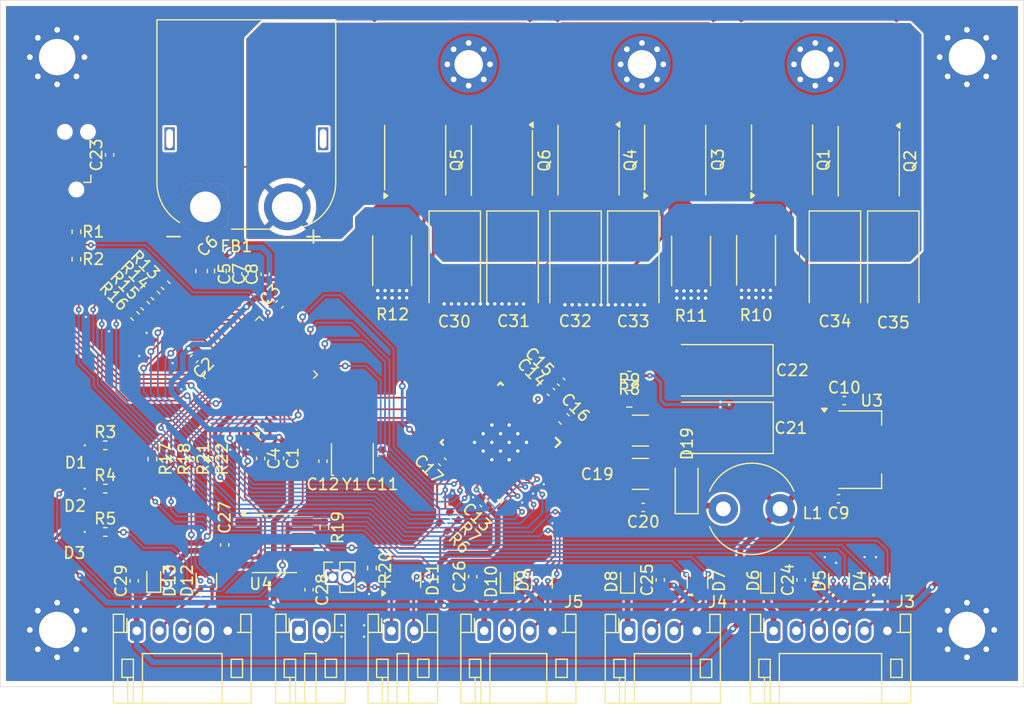
<source format=kicad_pcb>
(kicad_pcb (version 20241229) (generator "pcbnew") (generator_version "9.0")
  (layers (0 "F.Cu" mixed) (4 "In1.Cu" signal) (6 "In2.Cu" signal) (2 "B.Cu" mixed) (13 "F.Paste" user) (15 "B.Paste" user) (5 "F.SilkS" user "F.Silkscreen") (7 "B.SilkS" user "B.Silkscreen") (1 "F.Mask" user) (3 "B.Mask" user) (25 "Edge.Cuts" user))
  (net 0 "")
  (net 1 "+3.3V")
  (net 2 "+3.3VA")
  (net 3 "+5V")
  (net 4 "HSE_OUT")
  (net 5 "HSE_IN")
  (net 6 "/VCP")
  (net 7 "+BATT")
  (net 8 "/CPL")
  (net 9 "/CPH")
  (net 10 "/CB")
  (net 11 "/SW")
  (net 12 "NRST")
  (net 13 "/LED_B_R1")
  (net 14 "/LED_B_R2")
  (net 15 "USER_LED")
  (net 16 "/LED_R_R")
  (net 17 "/SPI2_MOSI_C")
  (net 18 "/SPI2_MISO_C")
  (net 19 "/SPI2_NCS_C")
  (net 20 "/SPI2_SCK_C")
  (net 21 "/UART_TX_C")
  (net 22 "/UART_RX_C")
  (net 23 "I2C_SDA")
  (net 24 "I2C_SCL")
  (net 25 "/CAN_H_C")
  (net 26 "/CAN_L_C")
  (net 27 "/AMT_B_C")
  (net 28 "/AMT_A_C")
  (net 29 "SHA")
  (net 30 "SHC")
  (net 31 "SHB")
  (net 32 "SWCLK")
  (net 33 "SWDIO")
  (net 34 "SWO")
  (net 35 "/CAN_R_J")
  (net 37 "GHA")
  (net 38 "SPA")
  (net 39 "GLA")
  (net 40 "GHB")
  (net 41 "SPB")
  (net 42 "GLB")
  (net 43 "GHC")
  (net 44 "SPC")
  (net 45 "GLC")
  (net 46 "VIN_DIVIDER")
  (net 47 "NFAULT_PRE")
  (net 48 "SP2_MISO")
  (net 49 "/FB")
  (net 50 "SP1_SCK")
  (net 51 "SP1_MISO")
  (net 52 "SP1_MOSI")
  (net 53 "SP1_NCS")
  (net 54 "RX")
  (net 55 "TX")
  (net 56 "Net-(U4-S)")
  (net 57 "AMT_A")
  (net 58 "AMT_B")
  (net 60 "INHB")
  (net 63 "CAN_RX")
  (net 64 "CAN_TX")
  (net 65 "SOC")
  (net 67 "SOB")
  (net 69 "MOTOR_HiZ")
  (net 72 "SOA")
  (net 76 "SP2_NCS")
  (net 78 "INHA")
  (net 79 "INHC")
  (net 80 "SP2_SCK")
  (net 81 "SP2_MOSI")
  (net 85 "GND")
  (footprint "Capacitor_SMD:C_0402_1005Metric" (layer "F.Cu") (at 114.427184 65.152905 90)
    (property "Reference" "C12")
    (property "Value" "15p" (hide yes))
  )
  (footprint "Resistor_SMD:R_0402_1005Metric" (layer "F.Cu") (at 95.293184 67.565904)
    (property "Reference" "R4")
    (property "Value" "15")
  )
  (footprint "Capacitor_SMD:C_0402_1005Metric" (layer "F.Cu") (at 110.607184 64.898904 -90)
    (property "Reference" "C1")
    (property "Value" "0.1u" (hide yes))
  )
  (footprint "Resistor_SMD:R_0402_1005Metric" (layer "F.Cu") (at 98.808508 51.475333 135)
    (property "Reference" "R15")
    (property "Value" "120" (hide yes))
  )
  (footprint "Oscillator:Oscillator_SMD_EuroQuartz_XO32-4Pin_3.2x2.5mm" (layer "F.Cu") (at 117.016184 64.911904 90)
    (property "Reference" "Y1")
    (property "Value" "Crystal_16Mhz" (hide yes))
  )
  (footprint "Resistor_SMD:R_0402_1005Metric" (layer "F.Cu") (at 100.60456 49.67928 -45)
    (property "Reference" "R13")
    (property "Value" "120" (hide yes))
  )
  (footprint "MountingHole:MountingHole_2.5mm_Pad_Via" (layer "F.Cu") (at 157.724184 30.227904)
    (property "Reference" "H5")
    (property "Value" "MountingHole_Pad_MP" (hide yes))
  )
  (footprint "Resistor_SMD:R_0402_1005Metric" (layer "F.Cu") (at 92.753184 44.961904 -90)
    (property "Reference" "R1")
    (property "Value" "110k" (hide yes))
  )
  (footprint "footprints:RGZ0048A" (layer "F.Cu") (at 130.045161 63.494928 -135)
    (property "Reference" "U2" (hide yes))
    (property "Value" "DRV8323RSRGZR" (hide yes))
  )
  (footprint "Package_TO_SOT_SMD:TDSON-8-1" (layer "F.Cu") (at 122.545183 38.656058 90)
    (property "Reference" "Q5")
    (property "Value" "CSD18540Q5B" (hide yes))
  )
  (footprint "Package_TO_SOT_SMD:SOT-523" (layer "F.Cu") (at 104.183186 75.665905 90)
    (property "Reference" "D12")
    (property "Value" "ESDA5V3L" (hide yes))
  )
  (footprint "Capacitor_SMD:C_0402_1005Metric" (layer "F.Cu") (at 144.094685 75.594905 90)
    (property "Reference" "C25")
    (property "Value" "0.1u" (hide yes))
  )
  (footprint "Inductor_THT:L_Radial_D7.8mm_P5.00mm_Fastron_07HCP" (layer "F.Cu") (at 149.636184 69.343905)
    (property "Reference" "L1")
    (property "Value" "47u" (hide yes))
  )
  (footprint "Connector_PinSocket_1.27mm:PinSocket_1x02_P1.27mm_Vertical" (layer "F.Cu") (at 115.280788 75.363704 90)
    (property "Reference" "J8" (hide yes))
    (property "Value" "PIN" (hide yes))
  )
  (footprint "Capacitor_SMD:C_0402_1005Metric" (layer "F.Cu") (at 108.204184 48.670904 90)
    (property "Reference" "C7")
    (property "Value" "1u" (hide yes))
  )
  (footprint "Resistor_SMD:R_0805_2012Metric" (layer "F.Cu") (at 141.370684 59.653671)
    (property "Reference" "R9")
    (property "Value" "10.4k 1%")
  )
  (footprint "Capacitor_SMD:C_0402_1005Metric" (layer "F.Cu") (at 142.598184 69.216904)
    (property "Reference" "C20")
    (property "Value" "0.1u" (hide yes))
  )
  (footprint "Capacitor_SMD:C_0402_1005Metric" (layer "F.Cu") (at 160.274184 59.818904 180)
    (property "Reference" "C10")
    (property "Value" "22u" (hide yes))
  )
  (footprint "Capacitor_SMD:C_0402_1005Metric" (layer "F.Cu") (at 134.493184 59.056904 135)
    (property "Reference" "C14")
    (property "Value" "1u" (hide yes))
  )
  (footprint "Capacitor_SMD:C_0402_1005Metric" (layer "F.Cu") (at 105.791184 72.518904 90)
    (property "Reference" "C27")
    (property "Value" "0.1u" (hide yes))
  )
  (footprint "Capacitor_SMD:C_0603_1608Metric" (layer "F.Cu") (at 103.759184 48.414907 90)
    (property "Reference" "C6")
    (property "Value" "4.7u" (hide yes))
  )
  (footprint "Capacitor_SMD:C_0402_1005Metric" (layer "F.Cu") (at 108.956184 64.911901 -90)
    (property "Reference" "C4")
    (property "Value" "4.7u" (hide yes))
  )
  (footprint "MountingHole:MountingHole_3.2mm_M3_Pad_Via" (layer "F.Cu") (at 171.059184 29.592904)
    (property "Reference" "H2" (hide yes))
    (property "Value" "MountingHole_Pad_MP" (hide yes))
  )
  (footprint "Resistor_SMD:R_2512_6332Metric" (layer "F.Cu") (at 146.802184 47.526058 -90)
    (property "Reference" "R11")
    (property "Value" "1m" (hide yes))
  )
  (footprint "Diode_SMD:Nexperia_DSN1608-2_1.6x0.8mm" (layer "F.Cu") (at 153.543184 75.742906 90)
    (property "Reference" "D6")
    (property "Value" "D_TVS" (hide yes))
  )
  (footprint "Resistor_SMD:R_0402_1005Metric" (layer "F.Cu") (at 97.910481 52.373359 -45)
    (property "Reference" "R16")
    (property "Value" "120" (hide yes))
  )
  (footprint "Capacitor_Tantalum_SMD:CP_EIA-7343-31_Kemet-D" (layer "F.Cu") (at 164.582184 47.546058 -90)
    (property "Reference" "C35")
    (property "Value" "10u, 50V" (hide yes))
  )
  (footprint "Capacitor_Tantalum_SMD:CP_EIA-7343-31_Kemet-D" (layer "F.Cu") (at 149.615451 62.213137 180)
    (property "Reference" "C21")
    (property "Value" "15u" (hide yes))
  )
  (footprint "Package_TO_SOT_SMD:TDSON-8-1" (layer "F.Cu") (at 130.165183 38.682907 -90)
    (property "Reference" "Q6")
    (property "Value" "CSD18540Q5B" (hide yes))
  )
  (footprint "Capacitor_SMD:C_0603_1608Metric" (layer "F.Cu") (at 135.636183 61.428315 -45)
    (property "Reference" "C16")
    (property "Value" "47n" (hide yes))
  )
  (footprint "Capacitor_SMD:C_0402_1005Metric" (layer "F.Cu") (at 119.634184 64.616904 -90)
    (property "Reference" "C11")
    (property "Value" "15p" (hide yes))
  )
  (footprint "Capacitor_SMD:C_0402_1005Metric" (layer "F.Cu") (at 110.617184 51.351493 45)
    (property "Reference" "C3")
    (property "Value" "0.1u" (hide yes))
  )
  (footprint "Resistor_SMD:R_0402_1005Metric" (layer "F.Cu") (at 95.293184 71.375904)
    (property "Reference" "R5")
    (property "Value" "56")
  )
  (footprint "MountingHole:MountingHole_2.5mm_Pad_Via" (layer "F.Cu") (at 127.244184 30.227904)
    (property "Reference" "H7")
    (property "Value" "MountingHole_Pad_MP" (hide yes))
  )
  (footprint "LED_SMD:LED_0201_0603Metric" (layer "F.Cu") (at 92.626184 67.565904 180)
    (property "Reference" "D2")
    (property "Value" "BLUE" (hide yes))
  )
  (footprint "Connector_AMASS:AMASS_XT60PW-M_1x02_P7.20mm_Horizontal" (layer "F.Cu") (at 104.095184 42.772904)
    (property "Reference" "J1" (hide yes))
    (property "Value" "XT60")
  )
  (footprint "Diode_SMD:Nexperia_DSN1608-2_1.6x0.8mm" (layer "F.Cu") (at 141.224184 75.742906 90)
    (property "Reference" "D8")
    (property "Value" "D_TVS" (hide yes))
  )
  (footprint "Capacitor_Tantalum_SMD:CP_EIA-7343-31_Kemet-D" (layer "F.Cu") (at 126.023185 47.546058 -90)
    (property "Reference" "C30")
    (property "Value" "10u, 50V" (hide yes))
  )
  (footprint "Resistor_SMD:R_2512_6332Metric" (layer "F.Cu") (at 120.513184 47.499905 -90)
    (property "Reference" "R12")
    (property "Value" "1m" (hide yes))
  )
  (footprint "Capacitor_SMD:C_0402_1005Metric" (layer "F.Cu") (at 103.114184 56.135904 -135)
    (property "Reference" "C2")
    (property "Value" "0.1u")
  )
  (footprint "Package_TO_SOT_SMD:SOT-523" (layer "F.Cu") (at 163.365184 75.678903 90)
    (property "Reference" "D4")
    (property "Value" "ESDA5V3L" (hide yes))
  )
  (footprint "LED_SMD:LED_0201_0603Metric" (layer "F.Cu") (at 92.626184 63.755902 180)
    (property "Reference" "D1")
    (property "Value" "BLUE" (hide yes))
  )
  (footprint "Resistor_SMD:R_0402_1005Metric" (layer "F.Cu") (at 125.031588 70.90531 135)
    (property "Reference" "R6")
    (property "Value" "10k" (hide yes))
  )
  (footprint "Capacitor_SMD:C_0402_1005Metric" (layer "F.Cu") (at 156.476184 75.594905 90)
    (property "Reference" "C24")
    (property "Value" "0.1u" (hide yes))
  )
  (footprint "Resistor_SMD:R_0402_1005Metric" (layer "F.Cu") (at 95.293183 63.755904)
    (property "Reference" "R3")
    (property "Value" "15")
  )
  (footprint "Capacitor_Tantalum_SMD:CP_EIA-7343-31_Kemet-D" (layer "F.Cu") (at 159.453182 47.546058 -90)
    (property "Reference" "C34")
    (property "Value" "10u, 50V" (hide yes))
  )
  (footprint "Capacitor_SMD:C_0402_1005Metric" (layer "F.Cu") (at 128.565773 68.835904 135)
    (property "Reference" "C13")
    (property "Value" "1u" (hide yes))
  )
  (footprint "Capacitor_SMD:C_1210_3225Metric" (layer "F.Cu") (at 142.346683 66.267905)
    (property "Reference" "C19")
    (property "Value" "2.2u X7R" (hide yes))
  )
  (footprint "Resistor_SMD:R_0402_1005Metric" (layer "F.Cu") (at 104.384184 64.961905 -90)
    (property "Reference" "R22")
    (property "Value" "56" (hide yes))
  )
  (footprint "Connector_JST:JST_PH_S2B-PH-K_1x02_P2.00mm_Horizontal" (layer "F.Cu") (at 112.327184 80.076902)
    (property "Reference" "J7" (hide yes))
    (property "Value" "PH")
  )
  (footprint "Capacitor_SMD:C_0402_1005Metric" (layer "F.Cu") (at 135.382184 58.167904 135)
    (property "Reference" "C15")
    (property "Value" "0.1u" (hide yes))
  )
  (footprint "Capacitor_SMD:C_0402_1005Metric" (layer "F.Cu") (at 113.212184 76.455904 -90)
    (property "Reference" "C28")
    (property "Value" "0.1u" (hide yes))
  )
  (footprint "Capacitor_SMD:C_0402_1005Metric" (layer "F.Cu") (at 97.833184 75.678902 90)
    (property "Reference" "C29")
    (property "Value" "0.1u")
  )
  (footprint "Diode_SMD:Nexperia_DSN1608-2_1.6x0.8mm" (layer "F.Cu") (at 130.647184 75.742906 90)
    (property "Reference" "D10")
    (property "Value" "D_TVS" (hide yes))
  )
  (footprint "Capacitor_Tantalum_SMD:CP_EIA-7343-31_Kemet-D" (layer "F.Cu") (at 131.103185 47.546057 -90)
    (property "Reference" "C31")
    (property "Value" "10u, 50V" (hide yes))
  )
  (footprint "Resistor_SMD:R_0402_1005Metric" (layer "F.Cu") (at 99.431183 64.961905 -90)
    (property "Reference" "R17")
    (property "Value" "120" (hide yes))
  )
  (footprint "MountingHole:MountingHole_3.2mm_M3_Pad_Via" (layer "F.Cu") (at 91.059183 80)
    (property "Reference" "H3" (hide yes))
    (property "Value" "MountingHole_Pad_MP" (hide yes))
  )
  (footprint "Connector_JST:JST_PH_S2B-PH-K_1x02_P2.00mm_Horizontal" (layer "F.Cu") (at 120.455184 80.076902)
    (property "Reference" "J6" (hide yes))
    (property "Value" "PH")
  )
  (footprint "Diode_SMD:Nexperia_DSN1608-2_1.6x0.8mm" (layer "F.Cu") (at 99.558184 75.658904 90)
    (property "Reference" "D13")
    (property "Value" "D_TVS" (hide yes))
  )
  (footprint "Package_TO_SOT_SMD:TDSON-8-1" (layer "F.Cu") (at 154.803184 38.630901 90)
    (property "Reference" "Q1")
    (property "Value" "CSD18540Q5B" (hide yes))
  )
  (footprint "Package_TO_SOT_SMD:SOT-223-3_TabPin2" (layer "F.Cu") (at 161.650684 64.136904)
    (property "Reference" "U3")
    (property "Value" "AMS1117-3.3" (hide yes))
  )
  (footprint "Package_TO_SOT_SMD:SOT-523" (layer "F.Cu") (at 133.695184 75.678903 90)
    (property "Reference" "D9")
    (property "Value" "ESDA5V3L" (hide yes))
  )
  (footprint "Capacitor_Tantalum_SMD:CP_EIA-7343-31_Kemet-D" (layer "F.Cu") (at 149.596184 57.151904 180)
    (property "Reference" "C22")
    (property "Value" "15u" (hide yes))
  )
  (footprint "Capacitor_SMD:C_0402_1005Metric" (layer "F.Cu") (at 127.599184 75.312904 90)
    (property "Reference" "C26")
    (property "Value" "0.1u" (hide yes))
  )
  (footprint "Resistor_SMD:R_0402_1005Metric" (layer "F.Cu") (at 99.706534 50.577308 135)
    (property "Reference" "R14")
    (property "Value" "120" (hide yes))
  )
  (footprint "Resistor_SMD:R_0402_1005Metric" (layer "F.Cu") (at 92.753184 47.374904 -90)
    (property "Reference" "R2")
    (property "Value" "10k" (hide yes))
  )
  (footprint "Connector:Tag-Connect_TC2030-IDC-NL_2x03_P1.27mm_Vertical" (layer "F.Cu") (at 92.753184 38.708904 90)
    (property "Reference" "J2" (hide yes))
    (property "Value" "Conn_ARM_SWD_TagConnect_TC2030" (hide yes))
  )
  (footprint "Capacitor_Tantalum_SMD:CP_EIA-7343-31_Kemet-D" (layer "F.Cu") (at 136.642184 47.546058 -90)
    (property "Reference" "C32")
    (property "Value" "10u, 50V" (hide yes))
  )
  (footprint "Package_TO_SOT_SMD:TDSON-8-1" (layer "F.Cu") (at 162.423187 38.752904 -90)
    (property "Reference" "Q2")
    (property "Value" "CSD18540Q5B" (hide yes))
  )
  (footprint "Connector_JST:JST_PH_S4B-PH-K_1x04_P2.00mm_Horizontal" (layer "F.Cu") (at 128.615184 80.076902)
    (property "Reference" "J5")
    (property "Value" "PH")
  )
  (footprint "Capacitor_SMD:C_1210_3225Metric" (layer "F.Cu") (at 142.346683 62.457905)
    (property "Reference" "C18" (hide yes))
    (property "Value" "2.2u X7R" (hide yes))
  )
  (footprint "Package_TO_SOT_SMD:TDSON-8-1" (layer "F.Cu") (at 137.785183 38.656057 -90)
    (property "Reference" "Q4")
    (property "Value" "CSD18540Q5B" (hide yes))
  )
  (footprint "Resistor_SMD:R_0402_1005Metric" (layer "F.Cu") (at 114.554184 70.994904 -90)
    (property "Reference" "R19")
    (property "Value" "10k" (hide yes))
  )
  (footprint "MountingHole:MountingHole_3.2mm_M3_Pad_Via" (layer "F.Cu") (at 171.059184 80)
    (property "Reference" "H4" (hide yes))
    (property "Value" "MountingHole_Pad_MP" (hide yes))
  )
  (footprint "Diode_SMD:D_SOD-123" (layer "F.Cu") (at 146.410683 67.411904 90)
    (property "Reference" "D19")
    (property "Value" "MBR0580 900mV 2A" (hide yes))
  )
  (footprint "Connector_JST:JST_PH_S5B-PH-K_1x05_P2.00mm_Horizontal" (layer "F.Cu") (at 98.059183 80.076902)
    (property "Reference" "J10" (hide yes))
    (property "Value" "PH")
  )
  (footprint "MountingHole:MountingHole_3.2mm_M3_Pad_Via" (layer "F.Cu") (at 91.059183 29.592904)
    (property "Reference" "H1" (hide yes))
    (property "Value" "MountingHole_Pad_MP" (hide yes))
  )
  (footprint "Capacitor_SMD:C_0402_1005Metric" (layer "F.Cu") (at 106.934184 48.670905 90)
    (property "Reference" "C5")
    (property "Value" "0.1u" (hide yes))
  )
  (footprint "Resistor_SMD:R_0402_1005Metric" (layer "F.Cu") (at 102.733184 64.961905 -90)
    (property "Reference" "R21")
    (property "Value" "56" (hide yes))
  )
  (footprint "Resistor_SMD:R_0402_1005Metric" (layer "F.Cu") (at 141.370684 57.621671 180)
    (property "Reference" "R8")
    (property "Value" "57.6k 1%")
  )
  (footprint "Resistor_SMD:R_2512_6332Metric" (layer "F.Cu") (at 152.517183 47.474504 -90)
    (property "Reference" "R10")
    (property "Value" "1m" (hide yes))
  )
  (footprint "Inductor_SMD:L_0603_1608Metric" (layer "F.Cu") (at 105.410184 48.414907 -90)
    (property "Reference" "FB1")
    (property "Value" "FerriteBead_Small" (hide yes))
  )
  (footprint "Resistor_SMD:R_0402_1005Metric" (layer "F.Cu") (at 118.735184 74.550904 -90)
    (property "Reference" "R20")
    (property "Value" "120" (hide yes))
  )
  (footprint "Package_DFN_QFN:QFN-48-1EP_7x7mm_P0.5mm_EP5.15x5.15mm_ThermalVias" (layer "F.Cu") (at 108.844068 57.532906 135)
    (property "Reference" "U1" (hide yes))
    (property "Value" "STM32G431CBU6" (hide yes))
  )
  (footprint "Connector_JST:JST_PH_S4B-PH-K_1x04_P2.00mm_Horizontal" (layer "F.Cu") (at 141.315184 80.086902)
    (property "Reference" "J4")
    (property "Value" "PH")
  )
  (footprint "Capacitor_SMD:C_0402_1005Metric" (layer "F.Cu") (at 95.674184 38.200904 90)
    (property "Reference" "C23")
    (property "Value" "0.1u")
  )
  (footprint "LED_SMD:LED_0201_0603Metric" (layer "F.Cu") (at 92.626184 71.375903 180)
    (property "Reference" "D3")
    (property "Value" "RED" (hide yes))
  )
  (footprint "Package_TO_SOT_SMD:SOT-523" (layer "F.Cu") (at 159.809184 75.678902 90)
    (property "Reference" "D5")
    (property "Value" "ESDA5V3L" (hide yes))
  )
  (footprint "Package_TO_SOT_SMD:SOT-523" (layer "F.Cu") (at 147.365184 75.678902 90)
    (property "Reference" "D7")
    (property "Value" "ESDA5V3L" (hide yes))
  )
  (footprint "Package_SO:SOIC-8_3.9x4.9mm_P1.27mm" (layer "F.Cu") (at 110.164183 72.391904)
    (property "Reference" "U4")
    (property "Value" "~" (hide yes))
  )
  (footprint "Connector_JST:JST_PH_S6B-PH-K_1x06_P2.00mm_Horizontal" (layer "F.Cu") (at 154.059184 80.076902)
    (property "Reference" "J3")
    (property "Value" "PH")
  )
  (footprint "Resistor_SMD:R_0402_1005Metric" (layer "F.Cu") (at 125.954592 69.982305 135)
    (property "Reference" "R7")
    (property "Value" "10k" (hide yes))
  )
  (footprint "Package_TO_SOT_SMD:SOT-23" (layer "F.Cu") (at 121.455185 75.600399 90)
    (property "Reference" "D11")
    (property "Value" "D_TVS_Dual_AAC" (hide yes))
  )
  (footprint "Capacitor_SMD:C_0402_1005Metric" (layer "F.Cu") (at 109.347184 48.696906 90)
    (property "Reference" "C8")
    (property "Value" "0.1u" (hide yes))
  )
  (footprint "Capacitor_SMD:C_0402_1005Metric" (layer "F.Cu") (at 124.932342 65.202474 -45)
    (property "Reference" "C17")
    (property "Value" "1u" (hide yes))
  )
  (footprint "Package_TO_SOT_SMD:TDSON-8-1" (layer "F.Cu") (at 145.405183 38.656058 90)
    (property "Reference" "Q3")
    (property "Value" "CSD18540Q5B" (hide yes))
  )
  (footprint "Capacitor_Tantalum_SMD:CP_EIA-7343-31_Kemet-D" (layer "F.Cu") (at 141.722184 47.546057 -90)
    (property "Reference" "C33")
    (property "Value" "10u, 50V" (hide yes))
  )
  (footprint "Resistor_SMD:R_0402_1005Metric" (layer "F.Cu") (at 101.082184 64.961904 -90)
    (property "Reference" "R18")
    (property "Value" "120" (hide yes))
  )
  (footprint "MountingHole:MountingHole_2.5mm_Pad_Via" (layer "F.Cu") (at 142.484184 30.227904)
    (property "Reference" "H6")
    (property "Value" "MountingHole_Pad_MP" (hide yes))
  )
  (footprint "Capacitor_SMD:C_0402_1005Metric" (layer "F.Cu") (at 159.766184 68.454905)
    (property "Reference" "C9")
    (property "Value" "0.1u" (hide yes))
  )
  (gr_rect (start 86.059183 24.592904) (end 176.059184 85) (stroke (width 0.05)) (fill no) (layer "Edge.Cuts"))
  (segment (start 109.775184 62.373488) (end 109.775184 62.756405) (width 0.254) (layer "F.Cu") (net 1))
  (segment (start 128.615184 80.076902) (end 128.615184 78.713905) (width 0.5) (layer "F.Cu") (net 1))
  (segment (start 128.905184 68.523994) (end 128.905184 69.175316) (width 0.1524) (layer "F.Cu") (net 1))
  (segment (start 109.785372 62.3633) (end 109.775184 62.373488) (width 0.254) (layer "F.Cu") (net 1))
  (segment (start 169.164184 75.041816) (end 169.164184 64.517904) (width 0.5) (layer "F.Cu") (net 1))
  (segment (start 141.271182 76.074904) (end 141.224184 76.027906) (width 0.5) (layer "F.Cu") (net 1))
  (segment (start 109.48718 64.123908) (end 110.564954 63.046134) (width 0.254) (layer "F.Cu") (net 1))
  (segment (start 127.599182 76.673902) (end 127.599182 76.4539) (width 0.5) (layer "F.Cu") (net 1))
  (segment (start 153.483187 76.087902) (end 156.591182 76.087902) (width 0.5) (layer "F.Cu") (net 1))
  (segment (start 128.615184 77.995903) (end 130.647184 75.963903) (width 0.5) (layer "F.Cu") (net 1))
  (segment (start 108.969177 64.123908) (end 109.48718 64.123908) (width 0.254) (layer "F.Cu") (net 1))
  (segment (start 125.527458 73.280905) (end 129.032184 73.280904) (width 0.5) (layer "F.Cu") (net 1))
  (segment (start 110.564954 63.046134) (end 111.633184 64.114364) (width 0.5) (layer "F.Cu") (net 1))
  (segment (start 160.92218 59.9869) (end 160.92218 61.71541) (width 0.5) (layer "F.Cu") (net 1))
  (segment (start 91.458188 71.3759) (end 90.414184 72.419905) (width 0.254) (layer "F.Cu") (net 1))
  (segment (start 130.647184 75.963903) (end 131.615184 75.963902) (width 0.5) (layer "F.Cu") (net 1))
  (segment (start 160.92218 61.71541) (end 160.92218 63.107908) (width 0.1524) (layer "F.Cu") (net 1))
  (segment (start 111.633184 68.957904) (end 110.109184 70.481905) (width 0.5) (layer "F.Cu") (net 1))
  (segment (start 113.212182 74.869902) (end 112.639184 74.296904) (width 0.5) (layer "F.Cu") (net 1))
  (segment (start 154.059184 78.368904) (end 153.543184 77.852905) (width 0.5) (layer "F.Cu") (net 1))
  (segment (start 108.966184 64.126901) (end 108.966184 63.745898) (width 0.254) (layer "F.Cu") (net 1))
  (segment (start 129.794184 72.518904) (end 129.794184 70.064316) (width 0.5) (layer "F.Cu") (net 1))
  (segment (start 106.235934 46.801655) (end 105.410184 47.627405) (width 0.5) (layer "F.Cu") (net 1))
  (segment (start 108.077184 62.676405) (end 108.956183 63.555404) (width 0.254) (layer "F.Cu") (net 1))
  (segment (start 125.085184 77.852905) (end 124.734821 77.502542) (width 0.5) (layer "F.Cu") (net 1))
  (segment (start 93.048 75.212) (end 90.414183 72.578183) (width 0.254) (layer "F.Cu") (net 1))
  (segment (start 154.059184 80.076902) (end 154.059184 78.368904) (width 0.5) (layer "F.Cu") (net 1))
  (segment (start 113.212182 75.680909) (end 113.212182 74.869902) (width 0.5) (layer "F.Cu") (net 1))
  (segment (start 108.956183 63.555404) (end 108.956184 64.136901) (width 0.254) (layer "F.Cu") (net 1))
  (segment (start 108.956184 64.136901) (end 108.966184 64.126901) (width 0.254) (layer "F.Cu") (net 1))
  (segment (start 153.543184 77.852905) (end 153.543184 76.027906) (width 0.5) (layer "F.Cu") (net 1))
  (segment (start 103.717072 55.587896) (end 104.822395 56.693219) (width 0.1524) (layer "F.Cu") (net 1))
  (segment (start 110.109184 75.937904) (end 110.109184 77.598905) (width 0.5) (layer "F.Cu") (net 1))
  (segment (start 108.458184 50.801905) (end 109.347184 50.801905) (width 0.5) (layer "F.Cu") (net 1))
  (segment (start 125.527458 73.280905) (end 125.543044 73.280905) (width 0.5) (layer "F.Cu") (net 1))
  (segment (start 168.783183 64.136904) (end 164.800683 64.136904) (width 0.5) (layer "F.Cu") (net 1))
  (segment (start 111.633184 64.114364) (end 111.633184 68.957904) (width 0.5) (layer "F.Cu") (net 1))
  (segment (start 90.414183 64.672904) (end 91.331188 63.7559) (width 0.254) (layer "F.Cu") (net 1))
  (segment (start 124.734821 77.502542) (end 124.734821 74.073542) (width 0.5) (layer "F.Cu") (net 1))
  (segment (start 107.701106 51.558983) (end 108.458184 50.801905) (width 0.5) (layer "F.Cu") (net 1))
  (segment (start 124.734821 71.923323) (end 124.734821 74.073542) (width 0.1524) (layer "F.Cu") (net 1))
  (segment (start 102.618534 55.249254) (end 103.32355 55.249254) (width 0.5) (layer "F.Cu") (net 1))
  (segment (start 110.277772 52.919315) (end 110.277773 51.690905) (width 0.1524) (layer "F.Cu") (net 1))
  (segment (start 113.212182 75.680909) (end 110.36618 75.680908) (width 0.5) (layer "F.Cu") (net 1))
  (segment (start 141.224184 76.105905) (end 141.224184 79.995903) (width 0.5) (layer "F.Cu") (net 1))
  (segment (start 91.331188 63.7559) (end 92.306184 63.755901) (width 0.254) (layer "F.Cu") (net 1))
  (segment (start 109.502684 50.915815) (end 110.277773 51.690905) (width 0.5) (layer "F.Cu") (net 1))
  (segment (start 141.224184 79.995903) (end 141.315184 80.086902) (width 0.5) (layer "F.Cu") (net 1))
  (segment (start 167.978 76.228) (end 169.164184 75.041816) (width 0.5) (layer "F.Cu") (net 1))
  (segment (start 109.347184 50.801905) (end 109.601183 51.055904) (width 0.5) (layer "F.Cu") (net 1))
  (segment (start 108.966184 63.565405) (end 108.966184 63.892907) (width 0.254) (layer "F.Cu") (net 1))
  (segment (start 156.591182 76.087902) (end 157.777184 76.087902) (width 0.5) (layer "F.Cu") (net 1))
  (segment (start 109.330202 61.90813) (end 109.785372 62.3633) (width 0.254) (layer "F.Cu") (net 1))
  (segment (start 129.585541 67.843637) (end 128.905184 68.523994) (width 0.1524) (layer "F.Cu") (net 1))
  (segment (start 128.615184 77.689904) (end 127.599182 76.673902) (width 0.5) (layer "F.Cu") (net 1))
  (segment (start 109.775184 62.756405) (end 108.966184 63.565405) (width 0.254) (layer "F.Cu") (net 1))
  (segment (start 169.164184 64.517904) (end 168.783183 64.136904) (width 0.5) (layer "F.Cu") (net 1))
  (segment (start 108.077184 62.188876) (end 108.077184 62.676405) (width 0.254) (layer "F.Cu") (net 1))
  (segment (start 145.288183 76.074904) (end 141.271182 76.074904) (width 0.5) (layer "F.Cu") (net 1))
  (segment (start 124.734821 74.073542) (end 125.527458 73.280905) (width 0.5) (layer "F.Cu") (net 1))
  (segment (start 110.36618 75.680908) (end 110.109184 75.937904) (width 0.5) (layer "F.Cu") (net 1))
  (segment (start 159.893184 64.136904) (end 158.500685 64.136905) (width 0.1524) (layer "F.Cu") (net 1))
  (segment (start 109.683754 53.511232) (end 109.685855 53.511232) (width 0.1524) (layer "F.Cu") (net 1))
  (segment (start 92.306184 71.3759) (end 91.458188 71.3759) (width 0.254) (layer "F.Cu") (net 1))
  (segment (start 108.357931 61.908128) (end 108.077184 62.188876) (width 0.254) (layer "F.Cu") (net 1))
  (segment (start 103.32355 55.249254) (end 103.662192 55.587896) (width 0.5) (layer "F.Cu") (net 1))
  (segment (start 126.315216 70.342928) (end 124.734821 71.923323) (width 0.1524) (layer "F.Cu") (net 1))
  (segment (start 153.543184 76.027906) (end 153.483187 76.087902) (width 0.5) (layer "F.Cu") (net 1))
  (segment (start 129.794184 70.064316) (end 128.905184 69.175316) (width 0.5) (layer "F.Cu") (net 1))
  (segment (start 129.032184 73.280904) (end 129.794184 72.518904) (width 0.5) (layer "F.Cu") (net 1))
  (segment (start 109.685855 53.511232) (end 110.277772 52.919315) (width 0.1524) (layer "F.Cu") (net 1))
  (segment (start 110.109184 70.481905) (end 110.109184 75.937904) (width 0.5) (layer "F.Cu") (net 1))
  (segment (start 128.615184 78.713905) (end 128.615184 77.995903) (width 0.5) (layer "F.Cu") (net 1))
  (segment (start 128.615184 77.995903) (end 128.615184 77.689904) (width 0.5) (layer "F.Cu") (net 1))
  (segment (start 90.414183 72.578183) (end 90.414183 64.672904) (width 0.254) (layer "F.Cu") (net 1))
  (segment (start 160.92218 63.107908) (end 159.893184 64.136904) (width 0.1524) (layer "F.Cu") (net 1))
  (segment (start 160.754184 59.818904) (end 160.92218 59.9869) (width 0.5) (layer "F.Cu") (net 1))
  (via (at 167.978 76.228) (size 0.6) (drill 0.3) (layers "F.Cu" "B.Cu") (net 1))
  (via (at 93.048 75.212) (size 0.5) (drill 0.2) (layers "F.Cu" "B.Cu") (net 1))
  (via (at 125.085184 77.852905) (size 0.6) (drill 0.3) (layers "F.Cu" "B.Cu") (net 1))
  (via (at 110.564954 63.046134) (size 0.6) (drill 0.3) (layers "F.Cu" "B.Cu") (net 1))
  (via (at 107.701106 51.558983) (size 0.6) (drill 0.3) (layers "F.Cu" "B.Cu") (net 1))
  (via (at 110.109184 77.598905) (size 0.6) (drill 0.3) (layers "F.Cu" "B.Cu") (net 1))
  (via (at 109.601183 51.055904) (size 0.5) (drill 0.2) (layers "F.Cu" "B.Cu") (net 1))
  (via (at 131.615184 75.963902) (size 0.5) (drill 0.2) (layers "F.Cu" "B.Cu") (net 1))
  (via (at 102.618534 55.249254) (size 0.6) (drill 0.3) (layers "F.Cu" "B.Cu") (net 1))
  (via (at 145.288183 76.074904) (size 0.5) (drill 0.2) (layers "F.Cu" "B.Cu") (net 1))
  (via (at 157.777184 76.087902) (size 0.5) (drill 0.2) (layers "F.Cu" "B.Cu") (net 1))
  (via (at 106.235934 46.801655) (size 0.6) (drill 0.3) (layers "F.Cu" "B.Cu") (net 1))
  (segment (start 133.594183 77.852904) (end 131.705182 75.963902) (width 0.5) (layer "B.Cu") (net 1))
  (segment (start 109.718183 50.938905) (end 109.601183 51.055904) (width 0.5) (layer "B.Cu") (net 1))
  (segment (start 102.618534 55.249254) (end 103.001884 54.865904) (width 0.5) (layer "B.Cu") (net 1))
  (segment (start 131.705182 75.963902) (end 131.615184 75.963902) (width 0.5) (layer "B.Cu") (net 1))
  (segment (start 109.093184 46.356904) (end 109.718183 46.981903) (width 0.5) (layer "B.Cu") (net 1))
  (segment (start 102.806684 55.056404) (end 102.806684 55.061104) (width 0.5) (layer "B.Cu") (net 1))
  (segment (start 133.731184 77.852904) (end 125.085184 77.852905) (width 0.5) (layer "B.Cu") (net 1))
  (segment (start 110.564954 63.046134) (end 109.159053 63.046134) (width 0.5) (layer "B.Cu") (net 1))
  (segment (start 101.101384 59.069014) (end 101.101384 58.158704) (width 0.5) (layer "B.Cu") (net 1))
  (segment (start 107.691106 51.558983) (end 107.701106 51.558983) (width 0.5) (layer "B.Cu") (net 1))
  (segment (start 106.680685 46.356904) (end 109.093184 46.356904) (width 0.5) (layer "B.Cu") (net 1))
  (segment (start 133.731184 77.852904) (end 133.594183 77.852904) (width 0.5) (layer "B.Cu") (net 1))
  (segment (start 106.235934 46.801655) (end 106.680685 46.356904) (width 0.5) (layer "B.Cu") (net 1))
  (segment (start 109.718183 46.981903) (end 109.718183 50.938905) (width 0.5) (layer "B.Cu") (net 1))
  (segment (start 167.978 76.228) (end 166.353096 77.852904) (width 0.5) (layer "B.Cu") (net 1))
  (segment (start 157.874182 76.087902) (end 159.639184 77.852905) (width 0.5) (layer "B.Cu") (net 1))
  (segment (start 102.108184 57.151904) (end 102.108184 55.759604) (width 0.5) (layer "B.Cu") (net 1))
  (segment (start 103.001884 54.865904) (end 104.384184 54.865905) (width 0.5) (layer "B.Cu") (net 1))
  (segment (start 101.101384 58.158704) (end 102.108184 57.151904) (width 0.5) (layer "B.Cu") (net 1))
  (segment (start 102.108184 55.759604) (end 102.618534 55.249254) (width 0.5) (layer "B.Cu") (net 1))
  (segment (start 109.159053 63.046134) (end 108.471823 62.358904) (width 0.5) (layer "B.Cu") (net 1))
  (segment (start 104.384184 54.865905) (end 107.691106 51.558983) (width 0.5) (layer "B.Cu") (net 1))
  (segment (start 104.391274 62.358904) (end 101.101384 59.069014) (width 0.5) (layer "B.Cu") (net 1))
  (segment (start 145.288183 76.074904) (end 147.066183 77.852905) (width 0.5) (layer "B.Cu") (net 1))
  (segment (start 166.353096 77.852904) (end 133.731184 77.852904) (width 0.5) (layer "B.Cu") (net 1))
  (segment (start 110.363184 77.852905) (end 125.085184 77.852905) (width 0.5) (layer "B.Cu") (net 1))
  (segment (start 102.806684 55.061104) (end 102.618534 55.249254) (width 0.5) (layer "B.Cu") (net 1))
  (segment (start 110.109184 77.598905) (end 110.363184 77.852905) (width 0.5) (layer "B.Cu") (net 1))
  (segment (start 108.471823 62.358904) (end 104.391274 62.358904) (width 0.5) (layer "B.Cu") (net 1))
  (segment (start 157.777184 76.087902) (end 157.874182 76.087902) (width 0.5) (layer "B.Cu") (net 1))
  (segment (start 93.048 75.212) (end 95.434905 77.598905) (width 0.5) (layer "B.Cu") (net 1))
  (segment (start 95.434905 77.598905) (end 110.109184 77.598905) (width 0.5) (layer "B.Cu") (net 1))
  (segment (start 110.405747 54.203458) (end 110.864655 53.74455) (width 0.2) (layer "F.Cu") (net 2))
  (segment (start 125.495045 64.863062) (end 126.050005 64.308102) (width 0.1524) (layer "F.Cu") (net 2))
  (segment (start 103.645189 49.176901) (end 110.353179 49.176901) (width 0.254) (layer "F.Cu") (net 2))
  (segment (start 122.076576 62.346708) (end 122.040744 62.346708) (width 0.254) (layer "F.Cu") (net 2))
  (segment (start 121.412183 58.548904) (end 121.402183 58.538904) (width 0.254) (layer "F.Cu") (net 2))
  (segment (start 121.402183 54.738904) (end 115.840185 49.176905) (width 0.254) (layer "F.Cu") (net 2))
  (segment (start 110.744415 54.571899) (end 111.105412 54.210902) (width 0.2) (layer "F.Cu") (net 2))
  (segment (start 124.592931 64.863062) (end 122.076576 62.346708) (width 0.254) (layer "F.Cu") (net 2))
  (segment (start 110.490184 49.176905) (end 110.353183 49.176905) (width 0.254) (layer "F.Cu") (net 2))
  (segment (start 111.105412 53.657567) (end 110.864655 53.41681) (width 0.2) (layer "F.Cu") (net 2))
  (segment (start 111.633184 49.176905) (end 110.490184 49.176905) (width 0.254) (layer "F.Cu") (net 2))
  (segment (start 112.522184 50.065905) (end 111.633184 49.176905) (width 0.2) (layer "F.Cu") (net 2))
  (segment (start 115.840185 49.176905) (end 111.633184 49.176905) (width 0.254) (layer "F.Cu") (net 2))
  (segment (start 103.632184 49.189906) (end 103.645189 49.176901) (width 0.254) (layer "F.Cu") (net 2))
  (segment (start 121.402183 58.538904) (end 121.402183 54.738904) (width 0.254) (layer "F.Cu") (net 2))
  (segment (start 110.390861 54.203458) (end 110.405747 54.203458) (width 0.2) (layer "F.Cu") (net 2))
  (segment (start 110.864655 53.41681) (end 110.864655 53.208376) (width 0.2) (layer "F.Cu") (net 2))
  (segment (start 111.105412 54.210902) (end 111.105412 53.657567) (width 0.2) (layer "F.Cu") (net 2))
  (segment (start 112.522184 50.801905) (end 112.522184 50.065905) (width 0.2) (layer "F.Cu") (net 2))
  (segment (start 110.864656 52.459432) (end 112.522184 50.801905) (width 0.2) (layer "F.Cu") (net 2))
  (segment (start 124.592931 64.863062) (end 125.495045 64.863062) (width 0.1524) (layer "F.Cu") (net 2))
  (segment (start 110.353179 49.176901) (end 110.353183 49.176905) (width 0.254) (layer "F.Cu") (net 2))
  (segment (start 110.864655 53.208376) (end 110.864656 52.459432) (width 0.2) (layer "F.Cu") (net 2))
  (segment (start 110.864655 53.74455) (end 110.864655 53.208376) (width 0.2) (layer "F.Cu") (net 2))
  (via (at 121.412183 58.548904) (size 0.6) (drill 0.3) (layers "F.Cu" "B.Cu") (net 2))
  (via (at 122.040744 62.346708) (size 0.6) (drill 0.3) (layers "F.Cu" "B.Cu") (net 2))
  (segment (start 122.040744 62.346708) (end 121.402183 61.708147) (width 0.254) (layer "B.Cu") (net 2))
  (segment (start 121.402183 61.708147) (end 121.402183 58.548904) (width 0.254) (layer "B.Cu") (net 2))
  (segment (start 155.554684 62.330904) (end 155.554683 60.933903) (width 0.5) (layer "F.Cu") (net 3))
  (segment (start 97.833182 76.4539) (end 98.059183 76.679902) (width 0.5) (layer "F.Cu") (net 3))
  (segment (start 102.593185 73.039902) (end 105.527182 73.039902) (width 0.5) (layer "F.Cu") (net 3))
  (segment (start 155.436916 62.213137) (end 155.554684 62.330904) (width 0.5) (layer "F.Cu") (net 3))
  (segment (start 143.172184 57.621671) (end 142.195684 57.621671) (width 0.254) (layer "F.Cu") (net 3))
  (segment (start 99.554183 75.947904) (end 100.574183 75.947904) (width 0.5) (layer "F.Cu") (net 3))
  (segment (start 151.935184 60.171904) (end 152.316183 60.552904) (width 0.254) (layer "F.Cu") (net 3))
  (segment (start 105.540178 73.026906) (end 107.689182 73.026906) (width 0.5) (layer "F.Cu") (net 3))
  (segment (start 152.735451 62.213137) (end 155.436916 62.213137) (width 0.5) (layer "F.Cu") (net 3))
  (segment (start 150.485184 79.884904) (end 151.120184 79.249904) (width 0.5) (layer "F.Cu") (net 3))
  (segment (start 151.120184 79.249904) (end 151.120184 72.909904) (width 0.5) (layer "F.Cu") (net 3))
  (segment (start 98.059183 77.442904) (end 99.554183 75.947904) (width 0.5) (layer "F.Cu") (net 3))
  (segment (start 105.527182 73.039902) (end 105.540178 73.026906) (width 0.5) (layer "F.Cu") (net 3))
  (segment (start 107.689182 73.026906) (end 107.689184 73.026904) (width 0.5) (layer "F.Cu") (net 3))
  (segment (start 155.579684 66.281904) (end 155.579684 65.784904) (width 0.5) (layer "F.Cu") (net 3))
  (segment (start 151.120184 72.909904) (end 157.748184 66.281904) (width 0.5) (layer "F.Cu") (net 3))
  (segment (start 98.059183 76.679902) (end 98.059183 80.076902) (width 0.5) (layer "F.Cu") (net 3))
  (segment (start 152.316183 60.552904) (end 155.173682 60.552904) (width 0.254) (layer "F.Cu") (net 3))
  (segment (start 100.828184 74.804904) (end 102.593185 73.039902) (width 0.5) (layer "F.Cu") (net 3))
  (segment (start 100.574183 75.947904) (end 100.701184 75.947904) (width 0.5) (layer "F.Cu") (net 3))
  (segment (start 155.579684 65.784904) (end 155.554683 65.759903) (width 0.5) (layer "F.Cu") (net 3))
  (segment (start 158.500684 66.281904) (end 155.579684 66.281904) (width 0.5) (layer "F.Cu") (net 3))
  (segment (start 157.748184 66.281904) (end 158.500684 66.281904) (width 0.5) (layer "F.Cu") (net 3))
  (segment (start 155.554683 65.759903) (end 155.554684 62.330904) (width 0.5) (layer "F.Cu") (net 3))
  (segment (start 155.173682 60.552904) (end 155.554683 60.933903) (width 0.254) (layer "F.Cu") (net 3))
  (segment (start 150.157184 60.171904) (end 151.935184 60.171904) (width 0.254) (layer "F.Cu") (net 3))
  (via (at 100.828184 74.804904) (size 0.6) (drill 0.3) (layers "F.Cu" "B.Cu") (net 3))
  (via (at 100.701184 75.947904) (size 0.6) (drill 0.3) (layers "F.Cu" "B.Cu") (net 3))
  (via (at 150.485184 79.884904) (size 0.6) (drill 0.3) (layers "F.Cu" "B.Cu") (net 3))
  (via (at 150.157184 60.171904) (size 0.5) (drill 0.2) (layers "F.Cu" "B.Cu") (net 3))
  (via (at 143.172184 57.621671) (size 0.5) (drill 0.2) (layers "F.Cu" "B.Cu") (net 3))
  (segment (start 144.505684 60.171904) (end 144.124684 59.790904) (width 0.254) (layer "B.Cu") (net 3))
  (segment (start 150.485184 79.894904) (end 147.548088 82.832) (width 0.5) (layer "B.Cu") (net 3))
  (segment (start 144.124684 59.790904) (end 144.124684 58.203404) (width 0.254) (layer "B.Cu") (net 3))
  (segment (start 144.124684 58.203404) (end 143.542951 57.621671) (width 0.254) (layer "B.Cu") (net 3))
  (segment (start 100.701183 74.931904) (end 100.828184 74.804904) (width 0.5) (layer "B.Cu") (net 3))
  (segment (start 99.457279 82.832) (end 98.059183 81.433904) (width 0.5) (layer "B.Cu") (net 3))
  (segment (start 98.059183 81.433904) (end 98.059183 80.076902) (width 0.5) (layer "B.Cu") (net 3))
  (segment (start 100.701184 75.947904) (end 100.701183 74.931904) (width 0.5) (layer "B.Cu") (net 3))
  (segment (start 143.542951 57.621671) (end 143.172184 57.621671) (width 0.254) (layer "B.Cu") (net 3))
  (segment (start 150.157184 60.171904) (end 144.505684 60.171904) (width 0.254) (layer "B.Cu") (net 3))
  (segment (start 150.485184 79.884904) (end 150.485184 79.894904) (width 0.5) (layer "B.Cu") (net 3))
  (segment (start 147.548088 82.832) (end 99.457279 82.832) (width 0.5) (layer "B.Cu") (net 3))
  (segment (start 119.634183 64.136903) (end 118.091184 64.136903) (width 0.1524) (layer "F.Cu") (net 4))
  (segment (start 111.097971 60.140372) (end 111.3947 60.437101) (width 0.1524) (layer "F.Cu") (net 4))
  (segment (start 111.3947 61.23642) (end 112.771184 62.612904) (width 0.1524) (layer "F.Cu") (net 4))
  (segment (start 119.634184 64.136904) (end 119.634183 64.136903) (width 0.1524) (layer "F.Cu") (net 4))
  (segment (start 116.567185 62.612904) (end 118.091184 64.136903) (width 0.1524) (layer "F.Cu") (net 4))
  (segment (start 111.3947 60.437101) (end 111.3947 61.23642) (width 0.1524) (layer "F.Cu") (net 4))
  (segment (start 112.771184 62.612904) (end 116.567185 62.612904) (width 0.1524) (layer "F.Cu") (net 4))
  (segment (start 115.941182 65.686903) (end 115.941183 65.686905) (width 0.254) (layer "F.Cu") (net 5))
  (segment (start 113.157183 63.882904) (end 111.0413 61.767021) (width 0.1524) (layer "F.Cu") (net 5))
  (segment (start 113.157184 64.362904) (end 113.157183 63.882904) (width 0.1524) (layer "F.Cu") (net 5))
  (segment (start 115.941184 65.686903) (end 114.481183 65.686903) (width 0.1524) (layer "F.Cu") (net 5))
  (segment (start 111.0413 60.790799) (end 110.744416 60.493915) (width 0.1524) (layer "F.Cu") (net 5))
  (segment (start 114.481183 65.686903) (end 113.157184 64.362904) (width 0.1524) (layer "F.Cu") (net 5))
  (segment (start 111.0413 61.767021) (end 111.0413 60.790799) (width 0.1524) (layer "F.Cu") (net 5))
  (segment (start 134.832595 59.704518) (end 134.832595 59.396315) (width 0.254) (layer "F.Cu") (net 6))
  (segment (start 132.979658 61.557454) (end 134.832595 59.704518) (width 0.254) (layer "F.Cu") (net 6))
  (segment (start 132.979657 61.6211) (end 132.979658 61.557454) (width 0.254) (layer "F.Cu") (net 6))
  (segment (start 136.042561 44.097591) (end 136.106061 44.097591) (width 0.1524) (layer "F.Cu") (net 7))
  (segment (start 107.767184 39.244904) (end 111.295184 42.772904) (width 0.1524) (layer "F.Cu") (net 7))
  (segment (start 139.502681 64.898904) (end 140.871682 66.267905) (width 0.254) (layer "F.Cu") (net 7))
  (segment (start 133.934528 59.056904) (end 133.934528 58.936738) (width 0.254) (layer "F.Cu") (net 7))
  (segment (start 100.711184 39.244905) (end 107.767184 39.244904) (width 0.1524) (layer "F.Cu") (net 7))
  (segment (start 134.631119 64.898904) (end 139.502681 64.898904) (width 0.254) (layer "F.Cu") (net 7))
  (segment (start 133.934528 59.056904) (end 133.934529 59.959115) (width 0.254) (layer "F.Cu") (net 7))
  (segment (start 163.911807 44.123304) (end 163.848306 44.123304) (width 0.1524) (layer "F.Cu") (net 7))
  (segment (start 133.333206 59.853331) (end 132.27255 60.913987) (width 0.1524) (layer "F.Cu") (net 7))
  (segment (start 133.333205 59.660715) (end 133.333206 59.853331) (width 0.1524) (layer "F.Cu") (net 7))
  (segment (start 131.678684 44.097904) (end 131.615184 44.097904) (width 0.1524) (layer "F.Cu") (net 7))
  (segment (start 133.934529 59.959115) (end 132.626102 61.267542) (width 0.254) (layer "F.Cu") (net 7))
  (segment (start 133.934527 58.930704) (end 133.934528 59.056904) (width 0.254) (layer "F.Cu") (net 7))
  (segment (start 92.753184 44.451905) (end 93.853184 43.351905) (width 0.1524) (layer "F.Cu") (net 7))
  (segment (start 133.934528 58.936738) (end 135.042773 57.828493) (width 0.254) (layer "F.Cu") (net 7))
  (segment (start 140.871683 62.457904) (end 140.871684 66.267904) (width 0.254) (layer "F.Cu") (net 7))
  (segment (start 134.040316 64.308101) (end 134.631119 64.898904) (width 0.254) (layer "F.Cu") (net 7))
  (segment (start 93.853184 43.351905) (end 96.604184 43.351905) (width 0.1524) (layer "F.Cu") (net 7))
  (segment (start 96.604184 43.351905) (end 100.711184 39.244905) (width 0.1524) (layer "F.Cu") (net 7))
  (via (at 133.333205 59.660715) (size 0.5) (drill 0.2) (layers "F.Cu" "B.Cu") (net 7))
  (segment (start 134.113273 61.901704) (end 133.686766 62.32821) (width 0.254) (layer "F.Cu") (net 8))
  (segment (start 135.873206 61.901704) (end 134.113273 61.901704) (width 0.254) (layer "F.Cu") (net 8))
  (segment (start 135.990995 61.783916) (end 135.873206 61.901704) (width 0.254) (layer "F.Cu") (net 8))
  (segment (start 134.411358 60.896498) (end 135.103578 60.896499) (width 0.254) (layer "F.Cu") (net 9))
  (segment (start 133.333211 61.974645) (end 134.411358 60.896498) (width 0.254) (layer "F.Cu") (net 9))
  (segment (start 133.779798 66.168905) (end 137.277184 66.168904) (width 0.254) (layer "F.Cu") (net 10))
  (segment (start 132.979653 65.36876) (end 133.779798 66.168905) (width 0.254) (layer "F.Cu") (net 10))
  (segment (start 137.277184 66.168904) (end 140.325184 69.216904) (width 0.254) (layer "F.Cu") (net 10))
  (segment (start 140.325184 69.216904) (end 142.118184 69.216905) (width 0.254) (layer "F.Cu") (net 10))
  (segment (start 144.361183 69.061904) (end 146.410684 69.061904) (width 0.254) (layer "F.Cu") (net 11))
  (segment (start 143.881184 68.581904) (end 144.361183 69.061904) (width 0.254) (layer "F.Cu") (net 11))
  (segment (start 143.078184 69.216904) (end 144.206183 69.216904) (width 0.254) (layer "F.Cu") (net 11))
  (segment (start 133.333206 65.015206) (end 133.978904 65.660904) (width 0.254) (layer "F.Cu") (net 11))
  (segment (start 144.206183 69.216904) (end 144.361183 69.061904) (width 0.254) (layer "F.Cu") (net 11))
  (segment (start 133.978904 65.660904) (end 137.421684 65.660904) (width 0.254) (layer "F.Cu") (net 11))
  (segment (start 137.421684 65.660904) (end 140.342684 68.581904) (width 0.254) (layer "F.Cu") (net 11))
  (segment (start 140.342684 68.581904) (end 143.881184 68.581904) (width 0.254) (layer "F.Cu") (net 11))
  (segment (start 149.481184 69.061904) (end 146.410684 69.061904) (width 0.5) (layer "F.Cu") (net 11))
  (segment (start 97.526184 38.355905) (end 96.906184 38.975904) (width 0.1524) (layer "F.Cu") (net 12))
  (segment (start 93.797184 39.117904) (end 94.478183 39.117904) (width 0.1524) (layer "F.Cu") (net 12))
  (segment (start 102.479282 59.384837) (end 102.161251 59.384837) (width 0.1524) (layer "F.Cu") (net 12))
  (segment (start 112.258184 61.088904) (end 112.258184 60.593461) (width 0.1524) (layer "F.Cu") (net 12))
  (segment (start 94.620184 38.975904) (end 95.674184 38.975904) (width 0.1524) (layer "F.Cu") (net 12))
  (segment (start 90.369983 35.733104) (end 91.303183 34.799904) (width 0.1524) (layer "F.Cu") (net 12))
  (segment (start 91.303183 34.799904) (end 96.764183 34.799904) (width 0.1524) (layer "F.Cu") (net 12))
  (segment (start 97.526183 35.561904) (end 97.526184 38.355905) (width 0.1524) (layer "F.Cu") (net 12))
  (segment (start 101.727184 59.818904) (end 97.272184 59.818904) (width 0.1524) (layer "F.Cu") (net 12))
  (segment (start 97.272184 59.818904) (end 90.369983 52.916704) (width 0.1524) (layer "F.Cu") (net 12))
  (segment (start 112.258184 60.593461) (end 111.451529 59.786806) (width 0.1524) (layer "F.Cu") (net 12))
  (segment (start 96.906184 38.975904) (end 95.674184 38.975904) (width 0.1524) (layer "F.Cu") (net 12))
  (segment (start 90.369983 52.916704) (end 90.369983 35.733104) (width 0.1524) (layer "F.Cu") (net 12))
  (segment (start 95.407184 38.708904) (end 95.674184 38.975904) (width 0.254) (layer "F.Cu") (net 12))
  (segment (start 96.764183 34.799904) (end 97.526183 35.561904) (width 0.1524) (layer "F.Cu") (net 12))
  (segment (start 102.489185 59.39474) (end 102.479282 59.384837) (width 0.1524) (layer "F.Cu") (net 12))
  (segment (start 93.388184 38.708904) (end 93.797184 39.117904) (width 0.1524) (layer "F.Cu") (net 12))
  (segment (start 102.161251 59.384837) (end 101.727184 59.818904) (width 0.1524) (layer "F.Cu") (net 12))
  (segment (start 94.478183 39.117904) (end 94.620184 38.975904) (width 0.1524) (layer "F.Cu") (net 12))
  (via (at 112.258184 61.088904) (size 0.6) (drill 0.3) (layers "F.Cu" "B.Cu") (net 12))
  (via (at 102.489185 59.39474) (size 0.6) (drill 0.3) (layers "F.Cu" "B.Cu") (net 12))
  (segment (start 111.877183 61.469904) (end 112.258184 61.088904) (width 0.1524) (layer "B.Cu") (net 12))
  (segment (start 104.247848 61.469904) (end 111.877183 61.469904) (width 0.1524) (layer "B.Cu") (net 12))
  (segment (start 102.573019 59.39474) (end 102.743183 59.564904) (width 0.1524) (layer "B.Cu") (net 12))
  (segment (start 102.489185 59.39474) (end 102.573019 59.39474) (width 0.1524) (layer "B.Cu") (net 12))
  (segment (start 102.743184 59.965241) (end 104.247848 61.469904) (width 0.1524) (layer "B.Cu") (net 12))
  (segment (start 102.743183 59.564904) (end 102.743184 59.965241) (width 0.1524) (layer "B.Cu") (net 12))
  (segment (start 92.946184 63.755904) (end 94.468183 63.755904) (width 0.1524) (layer "F.Cu") (net 13))
  (segment (start 92.946184 67.565906) (end 94.468182 67.565906) (width 0.1524) (layer "F.Cu") (net 14))
  (segment (start 94.468182 67.565906) (end 94.468183 67.565904) (width 0.1524) (layer "F.Cu") (net 14))
  (segment (start 110.871183 74.296904) (end 110.871184 70.486905) (width 0.1524) (layer "F.Cu") (net 15))
  (segment (start 110.687594 62.353904) (end 110.687594 61.144194) (width 0.1524) (layer "F.Cu") (net 15))
  (segment (start 112.649184 64.315494) (end 110.687594 62.353904) (width 0.1524) (layer "F.Cu") (net 15))
  (segment (start 110.871184 70.486905) (end 112.649184 68.708904) (width 0.1524) (layer "F.Cu") (net 15))
  (segment (start 112.649184 68.708904) (end 112.649184 64.315494) (width 0.1524) (layer "F.Cu") (net 15))
  (segment (start 110.687594 61.144194) (end 110.390866 60.847466) (width 0.1524) (layer "F.Cu") (net 15))
  (segment (start 91.239684 68.020404) (end 91.694186 67.565902) (width 0.1524) (layer "F.Cu") (net 15))
  (segment (start 91.694186 67.565902) (end 92.306184 67.565902) (width 0.1524) (layer "F.Cu") (net 15))
  (via (at 91.239684 68.020404) (size 0.5) (drill 0.2) (layers "F.Cu" "B.Cu") (net 15))
  (via (at 110.871183 74.296904) (size 0.6) (drill 0.3) (layers "F.Cu" "B.Cu") (net 15))
  (segment (start 108.858384 77.071704) (end 96.177704 77.071704) (width 0.1524) (layer "B.Cu") (net 15))
  (segment (start 91.059184 68.200904) (end 91.239684 68.020404) (width 0.1524) (layer "B.Cu") (net 15))
  (segment (start 110.871184 75.058904) (end 108.858384 77.071704) (width 0.1524) (layer "B.Cu") (net 15))
  (segment (start 110.871183 74.296904) (end 110.871184 75.058904) (width 0.1524) (layer "B.Cu") (net 15))
  (segment (start 91.059184 71.953184) (end 91.059184 68.200904) (width 0.1524) (layer "B.Cu") (net 15))
  (segment (start 96.177704 77.071704) (end 91.059184 71.953184) (width 0.1524) (layer "B.Cu") (net 15))
  (segment (start 92.946183 71.375904) (end 94.468184 71.375904) (width 0.1524) (layer "F.Cu") (net 16))
  (segment (start 162.059183 80.032902) (end 163.865184 78.226902) (width 0.254) (layer "F.Cu") (net 17))
  (segment (start 96.256183 52.429178) (end 96.867458 51.817904) (width 0.1524) (layer "F.Cu") (net 17))
  (segment (start 97.355026 51.817904) (end 97.549857 52.012735) (width 0.1524) (layer "F.Cu") (net 17))
  (segment (start 162.059183 80.076902) (end 162.059183 80.032902) (width 0.254) (layer "F.Cu") (net 17))
  (segment (start 96.867458 51.817904) (end 97.355026 51.817904) (width 0.1524) (layer "F.Cu") (net 17))
  (segment (start 163.865184 75.686902) (end 163.873184 75.678902) (width 0.254) (layer "F.Cu") (net 17))
  (segment (start 163.865184 78.226902) (end 163.865184 76.323902) (width 0.254) (layer "F.Cu") (net 17))
  (segment (start 96.256183 53.087904) (end 96.256183 52.429178) (width 0.1524) (layer "F.Cu") (net 17))
  (segment (start 163.865184 76.323902) (end 163.865184 75.686902) (width 0.254) (layer "F.Cu") (net 17))
  (via (at 163.873184 75.678902) (size 0.5) (drill 0.2) (layers "F.Cu" "B.Cu") (net 17))
  (via (at 96.256183 53.087904) (size 0.5) (drill 0.2) (layers "F.Cu" "B.Cu") (net 17))
  (segment (start 100.2206 62.759104) (end 99.97481 62.759104) (width 0.1524) (layer "B.Cu") (net 17))
  (segment (start 163.947184 75.693904) (end 164.074184 75.566904) (width 0.1524) (layer "B.Cu") (net 17))
  (segment (start 96.256183 59.040478) (end 96.256183 53.087904) (width 0.1524) (layer "B.Cu") (net 17))
  (segment (start 118.657481 69.343904) (end 106.8054 69.343904) (width 0.1524) (layer "B.Cu") (net 17))
  (segment (start 163.195184 72.137904) (end 121.451481 72.137904) (width 0.1524) (layer "B.Cu") (net 17))
  (segment (start 106.8054 69.343904) (end 100.2206 62.759104) (width 0.1524) (layer "B.Cu") (net 17))
  (segment (start 121.451481 72.137904) (end 118.657481 69.343904) (width 0.1524) (layer "B.Cu") (net 17))
  (segment (start 99.97481 62.759104) (end 96.256183 59.040478) (width 0.1524) (layer "B.Cu") (net 17))
  (segment (start 164.074184 75.566904) (end 164.074184 73.016904) (width 0.1524) (layer "B.Cu") (net 17))
  (segment (start 164.074184 73.016904) (end 163.195184 72.137904) (width 0.1524) (layer "B.Cu") (net 17))
  (segment (start 160.059184 79.746902) (end 160.059184 80.076902) (width 0.254) (layer "F.Cu") (net 18))
  (segment (start 94.986184 53.087904) (end 94.986184 52.198904) (width 0.1524) (layer "F.Cu") (net 18))
  (segment (start 162.865183 77.270902) (end 160.059184 80.076902) (width 0.254) (layer "F.Cu") (net 18))
  (segment (start 94.986184 52.198904) (end 96.510183 50.674904) (width 0.1524) (layer "F.Cu") (net 18))
  (segment (start 98.008079 50.674904) (end 98.447884 51.114709) (width 0.1524) (layer "F.Cu") (net 18))
  (segment (start 162.865183 76.323902) (end 162.865183 75.686902) (width 0.254) (layer "F.Cu") (net 18))
  (segment (start 162.865183 76.323902) (end 162.865183 77.270902) (width 0.254) (layer "F.Cu") (net 18))
  (segment (start 96.510183 50.674904) (end 98.008079 50.674904) (width 0.1524) (layer "F.Cu") (net 18))
  (segment (start 162.865183 75.686902) (end 162.857184 75.678903) (width 0.254) (layer "F.Cu") (net 18))
  (via (at 94.986184 53.087904) (size 0.5) (drill 0.2) (layers "F.Cu" "B.Cu") (net 18))
  (via (at 162.857184 75.678903) (size 0.5) (drill 0.2) (layers "F.Cu" "B.Cu") (net 18))
  (segment (start 94.986184 58.270262) (end 106.440826 69.724904) (width 0.1524) (layer "B.Cu") (net 18))
  (segment (start 106.440826 69.724904) (end 118.538697 69.724904) (width 0.1524) (layer "B.Cu") (net 18))
  (segment (start 121.332697 72.518904) (end 160.020184 72.518905) (width 0.1524) (layer "B.Cu") (net 18))
  (segment (start 118.538697 69.724904) (end 121.332697 72.518904) (width 0.1524) (layer "B.Cu") (net 18))
  (segment (start 94.986184 53.087904) (end 94.986184 58.270262) (width 0.1524) (layer "B.Cu") (net 18))
  (segment (start 160.020184 72.518905) (end 162.857184 75.355905) (width 0.1524) (layer "B.Cu") (net 18))
  (segment (start 162.857184 75.355905) (end 162.857184 75.678903) (width 0.1524) (layer "B.Cu") (net 18))
  (segment (start 99.568184 48.642904) (end 100.243936 49.318656) (width 0.1524) (layer "F.Cu") (net 19))
  (segment (start 156.059184 79.908904) (end 156.059184 80.076902) (width 0.254) (layer "F.Cu") (net 19))
  (segment (start 159.309184 75.686903) (end 159.301183 75.678903) (width 0.254) (layer "F.Cu") (net 19))
  (segment (start 95.494184 48.642904) (end 99.568184 48.642904) (width 0.1524) (layer "F.Cu") (net 19))
  (segment (start 92.954184 51.182904) (end 95.494184 48.642904) (width 0.1524) (layer "F.Cu") (net 19))
  (segment (start 159.309184 76.323903) (end 159.309184 75.686903) (width 0.254) (layer "F.Cu") (net 19))
  (segment (start 159.309184 76.323903) (end 159.309184 76.658904) (width 0.254) (layer "F.Cu") (net 19))
  (segment (start 159.309184 76.658904) (end 156.059184 79.908904) (width 0.254) (layer "F.Cu") (net 19))
  (segment (start 92.954184 51.817905) (end 92.954184 51.182904) (width 0.1524) (layer "F.Cu") (net 19))
  (via (at 159.301183 75.678903) (size 0.5) (drill 0.2) (layers "F.Cu" "B.Cu") (net 19))
  (via (at 92.954184 51.817905) (size 0.5) (drill 0.2) (layers "F.Cu" "B.Cu") (net 19))
  (segment (start 94.279384 57.832104) (end 94.279384 58.56303) (width 0.1524) (layer "B.Cu") (net 19))
  (segment (start 118.30113 70.486905) (end 121.039931 73.225704) (width 0.1524) (layer "B.Cu") (net 19))
  (segment (start 106.203258 70.486904) (end 118.30113 70.486905) (width 0.1524) (layer "B.Cu") (net 19))
  (segment (start 159.301183 75.228904) (end 159.301183 75.678903) (width 0.1524) (layer "B.Cu") (net 19))
  (segment (start 94.279384 58.56303) (end 106.203258 70.486904) (width 0.1524) (layer "B.Cu") (net 19))
  (segment (start 92.954184 56.506904) (end 94.279384 57.832104) (width 0.1524) (layer "B.Cu") (net 19))
  (segment (start 121.039931 73.225704) (end 157.297984 73.225704) (width 0.1524) (layer "B.Cu") (net 19))
  (segment (start 157.297984 73.225704) (end 159.301183 75.228904) (width 0.1524) (layer "B.Cu") (net 19))
  (segment (start 92.954184 51.817905) (end 92.954184 56.506904) (width 0.1524) (layer "B.Cu") (net 19))
  (segment (start 96.192684 49.658905) (end 98.788131 49.658905) (width 0.1524) (layer "F.Cu") (net 20))
  (segment (start 98.788131 49.658905) (end 99.345909 50.216683) (width 0.1524) (layer "F.Cu") (net 20))
  (segment (start 158.059184 80.076902) (end 158.059184 79.460902) (width 0.254) (layer "F.Cu") (net 20))
  (segment (start 94.224184 51.627404) (end 96.192684 49.658905) (width 0.1524) (layer "F.Cu") (net 20))
  (segment (start 94.224183 51.817904) (end 94.224184 51.627404) (width 0.1524) (layer "F.Cu") (net 20))
  (segment (start 158.059184 79.460902) (end 160.309184 77.210902) (width 0.254) (layer "F.Cu") (net 20))
  (segment (start 160.309184 77.210902) (end 160.309183 76.323902) (width 0.254) (layer "F.Cu") (net 20))
  (segment (start 160.309183 76.323902) (end 160.309183 75.686902) (width 0.254) (layer "F.Cu") (net 20))
  (segment (start 160.317183 75.678902) (end 160.309183 75.686902) (width 0.254) (layer "F.Cu") (net 20))
  (via (at 160.309183 75.686902) (size 0.5) (drill 0.2) (layers "F.Cu" "B.Cu") (net 20))
  (via (at 94.224183 51.817904) (size 0.5) (drill 0.2) (layers "F.Cu" "B.Cu") (net 20))
  (segment (start 160.309183 73.442904) (end 160.309183 75.686902) (width 0.1524) (layer "B.Cu") (net 20))
  (segment (start 94.224183 51.817904) (end 94.224184 55.236904) (width 0.1524) (layer "B.Cu") (net 20))
  (segment (start 118.419914 70.105904) (end 121.186314 72.872304) (width 0.1524) (layer "B.Cu") (net 20))
  (segment (start 94.632784 58.416646) (end 106.322042 70.105904) (width 0.1524) (layer "B.Cu") (net 20))
  (segment (start 94.632784 55.645504) (end 94.632784 58.416646) (width 0.1524) (layer "B.Cu") (net 20))
  (segment (start 159.738583 72.872305) (end 160.309183 73.442904) (width 0.1524) (layer "B.Cu") (net 20))
  (segment (start 106.322042 70.105904) (end 118.419914 70.105904) (width 0.1524) (layer "B.Cu") (net 20))
  (segment (start 121.186314 72.872304) (end 159.738583 72.872305) (width 0.1524) (layer "B.Cu") (net 20))
  (segment (start 94.224184 55.236904) (end 94.632784 55.645504) (width 0.1524) (layer "B.Cu") (net 20))
  (segment (start 147.873184 77.528902) (end 147.873183 76.331902) (width 0.254) (layer "F.Cu") (net 21))
  (segment (start 148.326184 75.225902) (end 147.865184 75.686903) (width 0.254) (layer "F.Cu") (net 21))
  (segment (start 148.326183 75.058904) (end 148.326184 75.225902) (width 0.254) (layer "F.Cu") (net 21))
  (segment (start 145.315183 80.086902) (end 147.873184 77.528902) (width 0.254) (layer "F.Cu") (net 21))
  (segment (start 101.082184 65.786904) (end 101.082184 68.708904) (width 0.1524) (layer "F.Cu") (net 21))
  (segment (start 147.865184 75.686903) (end 147.865184 76.323903) (width 0.254) (layer "F.Cu") (net 21))
  (segment (start 147.873183 76.331902) (end 147.865184 76.323903) (width 0.254) (layer "F.Cu") (net 21))
  (via (at 148.326183 75.058904) (size 0.5) (drill 0.2) (layers "F.Cu" "B.Cu") (net 21))
  (via (at 101.082184 68.708904) (size 0.5) (drill 0.2) (layers "F.Cu" "B.Cu") (net 21))
  (segment (start 120.893548 73.579104) (end 118.182346 70.867904) (width 0.1524) (layer "B.Cu") (net 21))
  (segment (start 103.895568 70.006504) (end 101.617784 70.006505) (width 0.1524) (layer "B.Cu") (net 21))
  (segment (start 118.182346 70.867904) (end 104.756968 70.867904) (width 0.1524) (layer "B.Cu") (net 21))
  (segment (start 101.082184 69.470905) (end 101.082184 68.708904) (width 0.1524) (layer "B.Cu") (net 21))
  (segment (start 104.756968 70.867904) (end 103.895568 70.006504) (width 0.1524) (layer "B.Cu") (net 21))
  (segment (start 148.326183 75.058904) (end 146.846384 73.579104) (width 0.1524) (layer "B.Cu") (net 21))
  (segment (start 146.846384 73.579104) (end 120.893548 73.579104) (width 0.1524) (layer "B.Cu") (net 21))
  (segment (start 101.617784 70.006505) (end 101.082184 69.470905) (width 0.1524) (layer "B.Cu") (net 21))
  (segment (start 143.315184 80.086902) (end 143.301184 80.072902) (width 0.254) (layer "F.Cu") (net 22))
  (segment (start 99.685183 68.708904) (end 99.431183 68.454905) (width 0.1524) (layer "F.Cu") (net 22))
  (segment (start 99.431183 68.454905) (end 99.431183 65.786904) (width 0.1524) (layer "F.Cu") (net 22))
  (segment (start 143.301184 79.887902) (end 146.865184 76.323902) (width 0.254) (layer "F.Cu") (net 22))
  (segment (start 146.357684 75.179402) (end 146.865184 75.686902) (width 0.254) (layer "F.Cu") (net 22))
  (segment (start 143.301184 80.072902) (end 143.301184 79.887902) (width 0.254) (layer "F.Cu") (net 22))
  (segment (start 146.865184 75.686902) (end 146.865184 76.323902) (width 0.254) (layer "F.Cu") (net 22))
  (via (at 99.685183 68.708904) (size 0.5) (drill 0.2) (layers "F.Cu" "B.Cu") (net 22))
  (via (at 146.357684 75.122405) (size 0.5) (drill 0.2) (layers "F.Cu" "B.Cu") (net 22))
  (segment (start 101.463183 70.486905) (end 103.876184 70.486905) (width 0.1524) (layer "B.Cu") (net 22))
  (segment (start 99.685183 68.708904) (end 101.463183 70.486905) (width 0.1524) (layer "B.Cu") (net 22))
  (segment (start 120.747165 73.932504) (end 145.167783 73.932504) (width 0.1524) (layer "B.Cu") (net 22))
  (segment (start 103.876184 70.486905) (end 104.638183 71.248904) (width 0.1524) (layer "B.Cu") (net 22))
  (segment (start 104.638183 71.248904) (end 118.063564 71.248905) (width 0.1524) (layer "B.Cu") (net 22))
  (segment (start 145.167783 73.932504) (end 146.357684 75.122405) (width 0.1524) (layer "B.Cu") (net 22))
  (segment (start 118.063564 71.248905) (end 120.747165 73.932504) (width 0.1524) (layer "B.Cu") (net 22))
  (segment (start 135.118184 69.597904) (end 134.864184 69.597904) (width 0.1524) (layer "F.Cu") (net 23))
  (segment (start 134.195184 76.323902) (end 134.195184 78.496902) (width 0.254) (layer "F.Cu") (net 23))
  (segment (start 105.400184 62.744556) (end 105.400184 66.549904) (width 0.1524) (layer "F.Cu") (net 23))
  (segment (start 135.245184 69.724904) (end 135.118184 69.597904) (width 0.1524) (layer "F.Cu") (net 23))
  (segment (start 134.195184 78.496902) (end 132.615184 80.076902) (width 0.254) (layer "F.Cu") (net 23))
  (segment (start 135.245184 74.052904) (end 135.245184 69.724904) (width 0.1524) (layer "F.Cu") (net 23))
  (segment (start 106.293836 61.850905) (end 105.400184 62.744556) (width 0.1524) (layer "F.Cu") (net 23))
  (segment (start 134.203183 75.678903) (end 134.203183 76.315903) (width 0.254) (layer "F.Cu") (net 23))
  (segment (start 135.001184 75.048904) (end 135.001184 74.296904) (width 0.1524) (layer "F.Cu") (net 23))
  (segment (start 135.001184 74.296904) (end 135.245184 74.052904) (width 0.1524) (layer "F.Cu") (net 23))
  (segment (start 134.991183 75.058904) (end 135.001184 75.048904) (width 0.1524) (layer "F.Cu") (net 23))
  (segment (start 106.293836 61.850905) (end 107.297275 60.847466) (width 0.1524) (layer "F.Cu") (net 23))
  (segment (start 134.203183 76.315903) (end 134.195184 76.323902) (width 0.254) (layer "F.Cu") (net 23))
  (via (at 134.991183 75.058904) (size 0.5) (drill 0.2) (layers "F.Cu" "B.Cu") (net 23))
  (via (at 134.203183 75.678903) (size 0.5) (drill 0.2) (layers "F.Cu" "B.Cu") (net 23))
  (via (at 105.400184 66.549904) (size 0.5) (drill 0.2) (layers "F.Cu" "B.Cu") (net 23))
  (via (at 134.864184 69.597904) (size 0.5) (drill 0.2) (layers "F.Cu" "B.Cu") (net 23))
  (segment (start 134.666706 75.647381) (end 134.234705 75.647381) (width 0.1524) (layer "B.Cu") (net 23))
  (segment (start 134.610184 69.597904) (end 132.832183 71.375904) (width 0.1524) (layer "B.Cu") (net 23))
  (segment (start 134.991183 75.058904) (end 134.991183 75.322904) (width 0.1524) (layer "B.Cu") (net 23))
  (segment (start 134.234705 75.647381) (end 134.203183 75.678903) (width 0.1524) (layer "B.Cu") (net 23))
  (segment (start 107.448784 68.598504) (end 105.400184 66.549904) (width 0.1524) (layer "B.Cu") (net 23))
  (segment (start 121.689049 71.375904) (end 118.911649 68.598504) (width 0.1524) (layer "B.Cu") (net 23))
  (segment (start 134.864184 69.597904) (end 134.610184 69.597904) (width 0.1524) (layer "B.Cu") (net 23))
  (segment (start 132.832183 71.375904) (end 121.689049 71.375904) (width 0.1524) (layer "B.Cu") (net 23))
  (segment (start 118.911649 68.598504) (end 107.448784 68.598504) (width 0.1524) (layer "B.Cu") (net 23))
  (segment (start 134.991183 75.322904) (end 134.666706 75.647381) (width 0.1524) (layer "B.Cu") (net 23))
  (segment (start 100.193184 62.231905) (end 100.193184 61.98612) (width 0.1524) (layer "F.Cu") (net 24))
  (segment (start 133.195184 76.323902) (end 130.615184 78.903902) (width 0.254) (layer "F.Cu") (net 24))
  (segment (start 101.217401 61.596904) (end 104.144825 58.66948) (width 0.1524) (layer "F.Cu") (net 24))
  (segment (start 100.193184 61.98612) (end 100.582399 61.596904) (width 0.1524) (layer "F.Cu") (net 24))
  (segment (start 133.223184 74.296904) (end 132.461183 75.058904) (width 0.1524) (layer "F.Cu") (net 24))
  (segment (start 104.525513 58.66948) (end 104.822397 58.372596) (width 0.1524) (layer "F.Cu") (net 24))
  (segment (start 130.615184 78.903902) (end 130.615184 80.076902) (width 0.254) (layer "F.Cu") (net 24))
  (segment (start 133.195184 76.323902) (end 133.187183 76.331902) (width 0.254) (layer "F.Cu") (net 24))
  (segment (start 134.229184 71.248904) (end 134.493184 71.248904) (width 0.1524) (layer "F.Cu") (net 24))
  (segment (start 133.195184 75.678902) (end 133.195184 76.323902) (width 0.254) (layer "F.Cu") (net 24))
  (segment (start 134.864184 71.619905) (end 134.864184 73.417905) (width 0.1524) (layer "F.Cu") (net 24))
  (segment (start 134.864184 73.417905) (end 133.985184 74.296905) (width 0.1524) (layer "F.Cu") (net 24))
  (segment (start 134.493184 71.248904) (end 134.864184 71.619905) (width 0.1524) (layer "F.Cu") (net 24))
  (segment (start 133.187183 76.331902) (end 133.187184 76.440902) (width 0.254) (layer "F.Cu") (net 24))
  (segment (start 100.582399 61.596904) (end 101.217401 61.596904) (width 0.1524) (layer "F.Cu") (net 24))
  (segment (start 133.985184 74.296905) (end 133.223184 74.296904) (width 0.1524) (layer "F.Cu") (net 24))
  (segment (start 104.144825 58.66948) (end 104.525513 58.66948) (width 0.1524) (layer "F.Cu") (net 24))
  (via (at 134.229184 71.248904) (size 0.5) (drill 0.2) (layers "F.Cu" "B.Cu") (net 24))
  (via (at 133.195184 75.678902) (size 0.5) (drill 0.2) (layers "F.Cu" "B.Cu") (net 24))
  (via (at 100.193184 62.231905) (size 0.5) (drill 0.2) (layers "F.Cu" "B.Cu") (net 24))
  (via (at 132.461183 75.058904) (size 0.5) (drill 0.2) (layers "F.Cu" "B.Cu") (net 24))
  (segment (start 134.229184 71.248904) (end 133.985184 71.248904) (width 0.1524) (layer "B.Cu") (net 24))
  (segment (start 133.179731 75.663449) (end 133.195184 75.678902) (width 0.1524) (layer "B.Cu") (net 24))
  (segment (start 133.985184 71.248904) (end 133.477183 71.756904) (width 0.1524) (layer "B.Cu") (net 24))
  (segment (start 118.776265 68.962904) (end 106.924183 68.962904) (width 0.1524) (layer "B.Cu") (net 24))
  (segment (start 133.477183 71.756904) (end 121.570265 71.756904) (width 0.1524) (layer "B.Cu") (net 24))
  (segment (start 121.570265 71.756904) (end 118.776265 68.962904) (width 0.1524) (layer "B.Cu") (net 24))
  (segment (start 106.924183 68.962904) (end 100.193184 62.231905) (width 0.1524) (layer "B.Cu") (net 24))
  (segment (start 132.461183 75.312904) (end 132.811729 75.663449) (width 0.1524) (layer "B.Cu") (net 24))
  (segment (start 132.461183 75.058904) (end 132.461183 75.312904) (width 0.1524) (layer "B.Cu") (net 24))
  (segment (start 132.811729 75.663449) (end 133.179731 75.663449) (width 0.1524) (layer "B.Cu") (net 24))
  (segment (start 123.948384 75.114704) (end 123.750184 75.312904) (width 0.1524) (layer "F.Cu") (net 25))
  (segment (start 121.599184 81.592904) (end 115.109184 81.592904) (width 0.1016) (layer "F.Cu") (net 25))
  (segment (start 122.455183 80.076902) (end 122.455184 80.736904) (width 0.1016) (layer "F.Cu") (net 25))
  (segment (start 122.672184 75.312904) (end 122.471184 75.513904) (width 0.1016) (layer "F.Cu") (net 25))
  (segment (start 122.455183 80.1649) (end 122.455183 80.076902) (width 0.1016) (layer "F.Cu") (net 25))
  (segment (start 113.401184 71.756904) (end 115.11618 73.4719) (width 0.1524) (layer "F.Cu") (net 25))
  (segment (start 122.471184 76.471897) (end 122.405184 76.537897) (width 0.254) (layer "F.Cu") (net 25))
  (segment (start 112.639184 71.756904) (end 113.401184 71.756904) (width 0.1524) (layer "F.Cu") (net 25))
  (segment (start 122.455184 79.974904) (end 122.405184 79.924904) (width 0.1016) (layer "F.Cu") (net 25))
  (segment (start 122.405184 79.924904) (end 122.405184 76.537897) (width 0.254) (layer "F.Cu") (net 25))
  (segment (start 118.481178 73.4719) (end 118.544182 73.534904) (width 0.1524) (layer "F.Cu") (net 25))
  (segment (start 123.053184 73.534905) (end 123.948384 74.430105) (width 0.1524) (layer "F.Cu") (net 25))
  (segment (start 114.327184 80.810904) (end 114.327183 80.076902) (width 0.1016) (layer "F.Cu") (net 25))
  (segment (start 115.11618 73.4719) (end 118.481178 73.4719) (width 0.1524) (layer "F.Cu") (net 25))
  (segment (start 123.948384 74.430105) (end 123.948384 75.114704) (width 0.1524) (layer "F.Cu") (net 25))
  (segment (start 115.109184 81.592904) (end 114.327184 80.810904) (width 0.1016) (layer "F.Cu") (net 25))
  (segment (start 122.455184 80.736904) (end 121.599184 81.592904) (width 0.1016) (layer "F.Cu") (net 25))
  (segment (start 122.455183 80.076902) (end 122.455184 79.974904) (width 0.1016) (layer "F.Cu") (net 25))
  (segment (start 122.471184 75.513904) (end 122.471184 76.471897) (width 0.1016) (layer "F.Cu") (net 25))
  (segment (start 118.544182 73.534904) (end 123.053184 73.534905) (width 0.1524) (layer "F.Cu") (net 25))
  (via (at 122.672184 75.312904) (size 0.5) (drill 0.2) (layers "F.Cu" "B.Cu") (net 25))
  (via (at 123.750184 75.312904) (size 0.5) (drill 0.2) (layers "F.Cu" "B.Cu") (net 25))
  (segment (start 123.694511 75.257231) (end 122.727857 75.257231) (width 0.1016) (layer "B.Cu") (net 25))
  (segment (start 122.727857 75.257231) (end 122.672184 75.312904) (width 0.1016) (layer "B.Cu") (net 25))
  (segment (start 115.280787 74.906508) (end 113.401184 73.026904) (width 0.1524) (layer "F.Cu") (net 26))
  (segment (start 120.455183 76.587897) (end 120.505185 76.537895) (width 0.1016) (layer "F.Cu") (net 26))
  (segment (start 120.455184 80.076902) (end 118.993186 78.614904) (width 0.1016) (layer "F.Cu") (net 26))
  (segment (start 120.455184 80.076902) (end 120.455183 76.587897) (width 0.254) (layer "F.Cu") (net 26))
  (segment (start 117.846184 76.201904) (end 116.118988 76.201904) (width 0.1524) (layer "F.Cu") (net 26))
  (segment (start 118.993186 78.614904) (end 113.401184 78.614905) (width 0.1016) (layer "F.Cu") (net 26))
  (segment (start 119.676324 76.537895) (end 120.505185 76.537895) (width 0.1524) (layer "F.Cu") (net 26))
  (segment (start 112.327184 79.688904) (end 112.327184 80.076902) (width 0.1016) (layer "F.Cu") (net 26))
  (segment (start 113.401184 73.026904) (end 112.639184 73.026904) (width 0.1524) (layer "F.Cu") (net 26))
  (segment (start 115.280788 75.363704) (end 115.280787 74.906508) (width 0.1524) (layer "F.Cu") (net 26))
  (segment (start 119.364338 76.225908) (end 119.676324 76.537895) (width 0.1524) (layer "F.Cu") (net 26))
  (segment (start 112.327184 80.076902) (end 112.327183 79.472902) (width 0.254) (layer "F.Cu") (net 26))
  (segment (start 116.118988 76.201904) (end 115.280788 75.363704) (width 0.1524) (layer "F.Cu") (net 26))
  (segment (start 118.986909 76.225908) (end 119.364338 76.225908) (width 0.1524) (layer "F.Cu") (net 26))
  (segment (start 113.401184 78.614905) (end 112.327184 79.688904) (width 0.1016) (layer "F.Cu") (net 26))
  (via (at 118.986909 76.225908) (size 0.5) (drill 0.2) (layers "F.Cu" "B.Cu") (net 26))
  (via (at 117.846184 76.201904) (size 0.5) (drill 0.2) (layers "F.Cu" "B.Cu") (net 26))
  (segment (start 118.962905 76.201904) (end 117.846184 76.201904) (width 0.1524) (layer "B.Cu") (net 26))
  (segment (start 118.986909 76.225908) (end 118.962905 76.201904) (width 0.1016) (layer "B.Cu") (net 26))
  (segment (start 104.683186 77.4529) (end 102.059184 80.076902) (width 0.254) (layer "F.Cu") (net 27))
  (segment (start 104.765184 76.228906) (end 104.683186 76.310904) (width 0.1524) (layer "F.Cu") (net 27))
  (segment (start 104.765183 75.997059) (end 104.765184 76.228906) (width 0.1524) (layer "F.Cu") (net 27))
  (segment (start 104.464978 75.696853) (end 104.765183 75.997059) (width 0.1524) (layer "F.Cu") (net 27))
  (segment (start 102.059184 80.076902) (end 102.059184 79.892904) (width 0.254) (layer "F.Cu") (net 27))
  (segment (start 104.257184 71.756904) (end 104.511184 71.502905) (width 0.1524) (layer "F.Cu") (net 27))
  (segment (start 104.683186 76.310904) (end 104.683186 77.4529) (width 0.254) (layer "F.Cu") (net 27))
  (segment (start 104.511184 71.502905) (end 104.511184 65.723905) (width 0.1524) (layer "F.Cu") (net 27))
  (via (at 104.257184 71.756904) (size 0.6) (drill 0.3) (layers "F.Cu" "B.Cu") (net 27))
  (via (at 104.464978 75.696853) (size 0.5) (drill 0.2) (layers "F.Cu" "B.Cu") (net 27))
  (segment (start 103.213584 74.298803) (end 103.213584 72.800504) (width 0.1524) (layer "B.Cu") (net 27))
  (segment (start 104.464978 75.550197) (end 103.213584 74.298803) (width 0.1524) (layer "B.Cu") (net 27))
  (segment (start 103.213584 72.800504) (end 104.257184 71.756904) (width 0.1524) (layer "B.Cu") (net 27))
  (segment (start 104.464978 75.696853) (end 104.464978 75.550197) (width 0.1524) (layer "B.Cu") (net 27))
  (segment (start 103.683186 75.686904) (end 103.675184 75.678902) (width 0.254) (layer "F.Cu") (net 28))
  (segment (start 103.683186 76.310904) (end 100.059183 79.934906) (width 0.254) (layer "F.Cu") (net 28))
  (segment (start 100.059183 79.934906) (end 100.059184 80.076902) (width 0.1524) (layer "F.Cu") (net 28))
  (segment (start 102.860184 65.723905) (end 102.860184 71.629904) (width 0.1524) (layer "F.Cu") (net 28))
  (via (at 102.860184 71.629904) (size 0.6) (drill 0.3) (layers "F.Cu" "B.Cu") (net 28))
  (via (at 103.675184 75.678902) (size 0.5) (drill 0.2) (layers "F.Cu" "B.Cu") (net 28))
  (segment (start 102.860184 71.629904) (end 102.860184 74.863902) (width 0.1524) (layer "B.Cu") (net 28))
  (segment (start 102.860184 74.863902) (end 103.675184 75.678902) (width 0.1524) (layer "B.Cu") (net 28))
  (segment (start 132.146384 57.974523) (end 136.398002 53.722905) (width 0.1016) (layer "F.Cu") (net 29))
  (segment (start 157.597184 40.374903) (end 154.803181 37.5809) (width 0.1016) (layer "F.Cu") (net 29))
  (segment (start 157.597184 42.175904) (end 157.597184 40.374903) (width 0.1016) (layer "F.Cu") (net 29))
  (segment (start 156.337184 43.435904) (end 157.597184 42.175904) (width 0.1016) (layer "F.Cu") (net 29))
  (segment (start 132.146384 59.625938) (end 132.146384 57.974523) (width 0.1016) (layer "F.Cu") (net 29))
  (segment (start 154.091984 53.722904) (end 156.337183 51.477704) (width 0.1016) (layer "F.Cu") (net 29))
  (segment (start 136.398002 53.722905) (end 154.091984 53.722904) (width 0.1016) (layer "F.Cu") (net 29))
  (segment (start 156.337183 51.477704) (end 156.337184 43.435904) (width 0.1016) (layer "F.Cu") (net 29))
  (segment (start 131.565439 60.206883) (end 132.146384 59.625938) (width 0.1016) (layer "F.Cu") (net 29))
  (segment (start 123.751684 43.474004) (end 123.751683 49.521919) (width 0.1016) (layer "F.Cu") (net 30))
  (segment (start 123.751684 43.474004) (end 123.751683 43.562904) (width 0.1016) (layer "F.Cu") (net 30))
  (segment (start 122.54518 37.606057) (end 125.472093 40.53297) (width 0.1016) (layer "F.Cu") (net 30))
  (segment (start 125.472093 40.53297) (end 125.472093 41.550395) (width 0.1016) (layer "F.Cu") (net 30))
  (segment (start 123.751683 49.521919) (end 123.967584 49.737819) (width 0.1016) (layer "F.Cu") (net 30))
  (segment (start 125.472093 41.550395) (end 123.751684 43.270804) (width 0.1016) (layer "F.Cu") (net 30))
  (segment (start 123.967584 57.982104) (end 127.054253 61.068773) (width 0.1016) (layer "F.Cu") (net 30))
  (segment (start 123.967584 49.737819) (end 123.967584 57.982104) (width 0.1016) (layer "F.Cu") (net 30))
  (segment (start 123.751684 43.270804) (end 123.751684 43.474004) (width 0.1016) (layer "F.Cu") (net 30))
  (segment (start 130.302184 52.579904) (end 133.06848 52.579904) (width 0.1016) (layer "F.Cu") (net 31))
  (segment (start 142.230184 46.610905) (end 143.627184 45.213905) (width 0.1016) (layer "F.Cu") (net 31))
  (segment (start 133.06848 52.579904) (end 133.733384 51.915) (width 0.1016) (layer "F.Cu") (net 31))
  (segment (start 143.627184 45.213905) (end 143.627184 43.435905) (width 0.1016) (layer "F.Cu") (net 31))
  (segment (start 133.733384 51.915) (end 133.733384 48.122705) (width 0.1016) (layer "F.Cu") (net 31))
  (segment (start 134.483184 47.372904) (end 140.833184 47.372904) (width 0.1016) (layer "F.Cu") (net 31))
  (segment (start 143.627184 43.435905) (end 143.116984 42.925704) (width 0.1016) (layer "F.Cu") (net 31))
  (segment (start 126.405983 56.476104) (end 130.302184 52.579904) (width 0.1016) (layer "F.Cu") (net 31))
  (segment (start 126.405983 58.087985) (end 126.405983 56.476104) (width 0.1016) (layer "F.Cu") (net 31))
  (segment (start 143.116984 42.925704) (end 142.989984 42.925704) (width 0.1016) (layer "F.Cu") (net 31))
  (segment (start 141.595184 40.768904) (end 144.758031 37.606057) (width 0.1016) (layer "F.Cu") (net 31))
  (segment (start 144.758031 37.606057) (end 145.40518 37.606057) (width 0.1016) (layer "F.Cu") (net 31))
  (segment (start 142.989984 42.925704) (end 142.611184 42.546904) (width 0.1016) (layer "F.Cu") (net 31))
  (segment (start 141.595184 42.038904) (end 141.595184 40.768904) (width 0.1016) (layer "F.Cu") (net 31))
  (segment (start 142.611184 42.546904) (end 142.103184 42.546904) (width 0.1016) (layer "F.Cu") (net 31))
  (segment (start 142.103184 42.546904) (end 141.595184 42.038904) (width 0.1016) (layer "F.Cu") (net 31))
  (segment (start 140.833184 47.372904) (end 141.595184 46.610905) (width 0.1016) (layer "F.Cu") (net 31))
  (segment (start 133.733384 48.122705) (end 134.483184 47.372904) (width 0.1016) (layer "F.Cu") (net 31))
  (segment (start 141.595184 46.610905) (end 142.230184 46.610905) (width 0.1016) (layer "F.Cu") (net 31))
  (segment (start 128.524878 60.206879) (end 126.405983 58.087985) (width 0.1016) (layer "F.Cu") (net 31))
  (segment (start 96.383184 57.913904) (end 103.264049 57.913904) (width 0.1524) (layer "F.Cu") (net 32))
  (segment (start 103.666225 58.31608) (end 104.171802 58.31608) (width 0.1524) (layer "F.Cu") (net 32))
  (segment (start 103.264049 57.913904) (end 103.666225 58.31608) (width 0.1524) (layer "F.Cu") (net 32))
  (segment (start 91.076784 39.750304) (end 91.076784 52.607504) (width 0.1524) (layer "F.Cu") (net 32))
  (segment (start 104.171802 58.31608) (end 104.468843 58.019039) (width 0.1524) (layer "F.Cu") (net 32))
  (segment (start 92.118184 38.708904) (end 91.076784 39.750304) (width 0.1524) (layer "F.Cu") (net 32))
  (segment (start 91.076784 52.607504) (end 96.383184 57.913904) (width 0.1524) (layer "F.Cu") (net 32))
  (segment (start 104.468845 57.04677) (end 104.19298 56.770905) (width 0.1524) (layer "F.Cu") (net 33))
  (segment (start 104.19298 56.770905) (end 103.876184 56.770904) (width 0.1524) (layer "F.Cu") (net 33))
  (segment (start 91.430183 52.46112) (end 91.430183 40.666904) (width 0.1524) (layer "F.Cu") (net 33))
  (segment (start 91.430183 40.666904) (end 92.118183 39.978904) (width 0.1524) (layer "F.Cu") (net 33))
  (segment (start 103.114184 57.532904) (end 96.501967 57.532904) (width 0.1524) (layer "F.Cu") (net 33))
  (segment (start 103.876184 56.770904) (end 103.114184 57.532904) (width 0.1524) (layer "F.Cu") (net 33))
  (segment (start 96.501967 57.532904) (end 91.430183 52.46112) (width 0.1524) (layer "F.Cu") (net 33))
  (segment (start 105.243407 60.072904) (end 105.883058 59.433253) (width 0.1524) (layer "F.Cu") (net 34))
  (segment (start 102.830179 58.294904) (end 96.256183 58.294904) (width 0.1524) (layer "F.Cu") (net 34))
  (segment (start 102.850182 58.314907) (end 102.830179 58.294904) (width 0.1524) (layer "F.Cu") (net 34))
  (segment (start 90.723383 52.762104) (end 90.723383 38.833704) (width 0.1524) (layer "F.Cu") (net 34))
  (segment (start 96.256183 58.294904) (end 90.723383 52.762104) (width 0.1524) (layer "F.Cu") (net 34))
  (segment (start 102.850182 58.490104) (end 102.850182 58.314907) (width 0.1524) (layer "F.Cu") (net 34))
  (segment (start 105.029184 60.072905) (end 105.243407 60.072904) (width 0.1524) (layer "F.Cu") (net 34))
  (segment (start 90.723383 38.833704) (end 92.118184 37.438904) (width 0.1524) (layer "F.Cu") (net 34))
  (via (at 105.029184 60.072905) (size 0.6) (drill 0.3) (layers "F.Cu" "B.Cu") (net 34))
  (via (at 102.850182 58.490104) (size 0.6) (drill 0.3) (layers "F.Cu" "B.Cu") (net 34))
  (segment (start 104.432982 60.072904) (end 102.850182 58.490104) (width 0.1524) (layer "B.Cu") (net 34))
  (segment (start 105.029184 60.072905) (end 104.432982 60.072904) (width 0.1524) (layer "B.Cu") (net 34))
  (segment (start 116.550784 75.363705) (end 118.722985 75.363704) (width 0.1524) (layer "F.Cu") (net 35))
  (segment (start 118.722985 75.363704) (end 118.735189 75.375908) (width 0.1016) (layer "F.Cu") (net 35))
  (segment (start 154.225896 54.383304) (end 156.962184 51.647017) (width 0.254) (layer "F.Cu") (net 37))
  (segment (start 131.918997 60.560435) (end 132.677291 59.802141) (width 0.254) (layer "F.Cu") (net 37))
  (segment (start 132.677291 58.424397) (end 136.718383 54.383304) (width 0.254) (layer "F.Cu") (net 37))
  (segment (start 132.677291 59.802141) (end 132.677292 59.199255) (width 0.254) (layer "F.Cu") (net 37))
  (segment (start 136.718383 54.383304) (end 154.225896 54.383304) (width 0.254) (layer "F.Cu") (net 37))
  (segment (start 156.962184 51.647017) (end 156.962184 43.943904) (width 0.254) (layer "F.Cu") (net 37))
  (segment (start 156.962184 43.943904) (end 158.613184 42.292904) (width 0.254) (layer "F.Cu") (net 37))
  (segment (start 132.677292 59.199255) (end 132.677291 59.199254) (width 0.254) (layer "F.Cu") (net 37))
  (segment (start 132.677291 59.199254) (end 132.677291 58.424397) (width 0.254) (layer "F.Cu") (net 37))
  (segment (start 158.613184 42.292904) (end 158.613184 37.757904) (width 0.254) (layer "F.Cu") (net 37))
  (segment (start 158.613184 37.757904) (end 160.518187 35.852901) (width 0.254) (layer "F.Cu") (net 37))
  (segment (start 131.826184 54.230904) (end 130.673183 55.383904) (width 0.1016) (layer "F.Cu") (net 38))
  (segment (start 143.752526 51.993504) (end 143.117523 52.628504) (width 0.1016) (layer "F.Cu") (net 38))
  (segment (start 131.208486 59.149621) (end 130.858334 59.499773) (width 0.1016) (layer "F.Cu") (net 38))
  (segment (start 143.117523 52.628504) (end 135.714583 52.628504) (width 0.1016) (layer "F.Cu") (net 38))
  (segment (start 153.992584 51.993504) (end 143.752526 51.993504) (width 0.1016) (layer "F.Cu") (net 38))
  (segment (start 130.673183 56.897903) (end 131.208486 57.433207) (width 0.1016) (layer "F.Cu") (net 38))
  (segment (start 154.904784 47.300562) (end 154.904784 51.081304) (width 0.1016) (layer "F.Cu") (net 38))
  (segment (start 130.673183 55.383904) (end 130.673183 56.897903) (width 0.1016) (layer "F.Cu") (net 38))
  (segment (start 135.714583 52.628504) (end 134.112184 54.230904) (width 0.1016) (layer "F.Cu") (net 38))
  (segment (start 134.112184 54.230904) (end 131.826184 54.230904) (width 0.1016) (layer "F.Cu") (net 38))
  (segment (start 154.904784 51.081304) (end 153.992584 51.993504) (width 0.1016) (layer "F.Cu") (net 38))
  (segment (start 152.517184 44.912962) (end 154.904784 47.300562) (width 0.1016) (layer "F.Cu") (net 38))
  (segment (start 152.517183 44.77434) (end 152.517184 44.912962) (width 0.1016) (layer "F.Cu") (net 38))
  (segment (start 131.208486 57.433207) (end 131.208486 59.149621) (width 0.1016) (layer "F.Cu") (net 38))
  (segment (start 131.587286 57.568952) (end 136.148933 53.007304) (width 0.254) (layer "F.Cu") (net 39))
  (segment (start 131.21189 59.853331) (end 131.587286 59.477935) (width 0.254) (layer "F.Cu") (net 39))
  (segment (start 136.148933 53.007304) (end 153.994784 53.007304) (width 0.254) (layer "F.Cu") (net 39))
  (segment (start 155.575183 43.181904) (end 156.708183 42.048904) (width 0.254) (layer "F.Cu") (net 39))
  (segment (start 131.587286 59.477935) (end 131.587286 57.568952) (width 0.254) (layer "F.Cu") (net 39))
  (segment (start 153.994784 53.007304) (end 155.575184 51.426904) (width 0.254) (layer "F.Cu") (net 39))
  (segment (start 155.575184 51.426904) (end 155.575183 43.181904) (width 0.254) (layer "F.Cu") (net 39))
  (segment (start 156.708183 42.048904) (end 156.708184 41.530904) (width 0.254) (layer "F.Cu") (net 39))
  (segment (start 132.913776 52.198904) (end 128.387184 52.198904) (width 0.254) (layer "F.Cu") (net 40))
  (segment (start 133.721183 36.450904) (end 133.721184 46.610904) (width 0.254) (layer "F.Cu") (net 40))
  (segment (start 125.593184 57.982284) (end 128.171333 60.560433) (width 0.254) (layer "F.Cu") (net 40))
  (segment (start 134.416034 35.756054) (end 133.721183 36.450904) (width 0.254) (layer "F.Cu") (net 40))
  (segment (start 133.314784 47.017304) (end 133.314784 51.797896) (width 0.254) (layer "F.Cu") (net 40))
  (segment (start 128.387184 52.198904) (end 125.593184 54.992904) (width 0.254) (layer "F.Cu") (net 40))
  (segment (start 135.880183 35.756055) (end 134.416034 35.756054) (width 0.254) (layer "F.Cu") (net 40))
  (segment (start 133.314784 51.797896) (end 132.913776 52.198904) (width 0.254) (layer "F.Cu") (net 40))
  (segment (start 133.721184 46.610904) (end 133.314784 47.017304) (width 0.254) (layer "F.Cu") (net 40))
  (segment (start 125.593184 54.992904) (end 125.593184 57.982284) (width 0.254) (layer "F.Cu") (net 40))
  (segment (start 133.477184 53.341904) (end 134.571584 52.247504) (width 0.1016) (layer "F.Cu") (net 41))
  (segment (start 129.231987 59.499772) (end 129.019855 59.28764) (width 0.1016) (layer "F.Cu") (net 41))
  (segment (start 146.802184 45.477905) (end 146.802184 44.563558) (width 0.1016) (layer "F.Cu") (net 41))
  (segment (start 128.641184 58.908969) (end 128.641184 55.642871) (width 0.1016) (layer "F.Cu") (net 41))
  (segment (start 134.571583 49.498162) (end 135.045843 49.023904) (width 0.1016) (layer "F.Cu") (net 41))
  (segment (start 135.045843 49.023904) (end 142.484184 49.023904) (width 0.1016) (layer "F.Cu") (net 41))
  (segment (start 128.641184 55.642871) (end 130.942151 53.341904) (width 0.1016) (layer "F.Cu") (net 41))
  (segment (start 134.571584 52.247504) (end 134.571583 49.498162) (width 0.1016) (layer "F.Cu") (net 41))
  (segment (start 144.907184 47.372904) (end 146.802184 45.477905) (width 0.1016) (layer "F.Cu") (net 41))
  (segment (start 129.231987 59.499772) (end 128.641184 58.908969) (width 0.1016) (layer "F.Cu") (net 41))
  (segment (start 146.918684 44.097904) (end 146.855183 44.097904) (width 0.1524) (layer "F.Cu") (net 41))
  (segment (start 142.484184 49.023904) (end 144.135185 47.372904) (width 0.1016) (layer "F.Cu") (net 41))
  (segment (start 144.135185 47.372904) (end 144.907184 47.372904) (width 0.1016) (layer "F.Cu") (net 41))
  (segment (start 130.942151 53.341904) (end 133.477184 53.341904) (width 0.1016) (layer "F.Cu") (net 41))
  (segment (start 141.214184 48.515905) (end 134.610184 48.515904) (width 0.254) (layer "F.Cu") (net 42))
  (segment (start 133.223184 52.960904) (end 130.683184 52.960904) (width 0.254) (layer "F.Cu") (net 42))
  (segment (start 134.112184 49.013904) (end 134.112184 52.071904) (width 0.254) (layer "F.Cu") (net 42))
  (segment (start 147.310183 41.556061) (end 146.269026 40.514904) (width 0.254) (layer "F.Cu") (net 42))
  (segment (start 134.112184 52.071904) (end 133.223184 52.960904) (width 0.254) (layer "F.Cu") (net 42))
  (segment (start 134.610184 48.515904) (end 134.112184 49.013904) (width 0.254) (layer "F.Cu") (net 42))
  (segment (start 142.611184 40.514904) (end 142.103183 41.022904) (width 0.254) (layer "F.Cu") (net 42))
  (segment (start 142.103184 41.5032) (end 143.146888 42.546904) (width 0.254) (layer "F.Cu") (net 42))
  (segment (start 130.683184 52.960904) (end 127.472784 56.171304) (width 0.254) (layer "F.Cu") (net 42))
  (segment (start 146.269026 40.514904) (end 142.611184 40.514904) (width 0.254) (layer "F.Cu") (net 42))
  (segment (start 142.103183 41.022904) (end 142.103184 41.5032) (width 0.254) (layer "F.Cu") (net 42))
  (segment (start 144.262183 42.927904) (end 144.262184 43.054904) (width 0.254) (layer "F.Cu") (net 42))
  (segment (start 143.881184 42.546905) (end 144.262183 42.927904) (width 0.254) (layer "F.Cu") (net 42))
  (segment (start 143.146888 42.546904) (end 143.881184 42.546905) (width 0.254) (layer "F.Cu") (net 42))
  (segment (start 127.472784 58.447666) (end 128.878442 59.853324) (width 0.254) (layer "F.Cu") (net 42))
  (segment (start 127.472784 56.171304) (end 127.472784 58.447666) (width 0.254) (layer "F.Cu") (net 42))
  (segment (start 144.262184 45.467905) (end 141.214184 48.515905) (width 0.254) (layer "F.Cu") (net 42))
  (segment (start 144.262183 42.927904) (end 144.262184 45.467905) (width 0.254) (layer "F.Cu") (net 42))
  (segment (start 126.101184 36.958904) (end 127.277184 35.782904) (width 0.254) (layer "F.Cu") (net 43))
  (segment (start 127.817774 60.913988) (end 124.627984 57.724198) (width 0.254) (layer "F.Cu") (net 43))
  (segment (start 125.020427 42.611661) (end 125.782426 42.611661) (width 0.254) (layer "F.Cu") (net 43))
  (segment (start 124.627984 57.724198) (end 124.627984 51.9252) (width 0.254) (layer "F.Cu") (net 43))
  (segment (start 124.400185 51.6974) (end 124.400185 49.634716) (width 0.254) (layer "F.Cu") (net 43))
  (segment (start 124.130484 49.365015) (end 124.130484 43.501604) (width 0.254) (layer "F.Cu") (net 43))
  (segment (start 125.782426 42.611661) (end 126.101184 42.292904) (width 0.254) (layer "F.Cu") (net 43))
  (segment (start 124.130484 43.501604) (end 125.020427 42.611661) (width 0.254) (layer "F.Cu") (net 43))
  (segment (start 124.627984 51.9252) (end 124.400185 51.6974) (width 0.254) (layer "F.Cu") (net 43))
  (segment (start 127.277184 35.782904) (end 128.260183 35.782904) (width 0.254) (layer "F.Cu") (net 43))
  (segment (start 126.101184 42.292904) (end 126.101184 36.958904) (width 0.254) (layer "F.Cu") (net 43))
  (segment (start 124.400185 49.634716) (end 124.130484 49.365015) (width 0.254) (layer "F.Cu") (net 43))
  (segment (start 120.513183 46.306104) (end 121.531384 47.324305) (width 0.1016) (layer "F.Cu") (net 44))
  (segment (start 122.799184 58.421904) (end 126.101184 61.723904) (width 0.1016) (layer "F.Cu") (net 44))
  (segment (start 126.101184 61.723904) (end 126.185269 61.723904) (width 0.1016) (layer "F.Cu") (net 44))
  (segment (start 126.507397 61.724931) (end 126.757116 61.97465) (width 0.1016) (layer "F.Cu") (net 44))
  (segment (start 126.186296 61.724932) (end 126.507397 61.724931) (width 0.1016) (layer "F.Cu") (net 44))
  (segment (start 126.185269 61.723904) (end 126.186296 61.724932) (width 0.1016) (layer "F.Cu") (net 44))
  (segment (start 121.531384 47.324305) (end 122.162525 47.324304) (width 0.1016) (layer "F.Cu") (net 44))
  (segment (start 122.799184 47.960964) (end 122.799184 58.421904) (width 0.1016) (layer "F.Cu") (net 44))
  (segment (start 120.513184 44.537404) (end 120.513183 46.306104) (width 0.1016) (layer "F.Cu") (net 44))
  (segment (start 120.943185 44.537404) (end 120.808684 44.537404) (width 0.1016) (layer "F.Cu") (net 44))
  (segment (start 122.162525 47.324304) (end 122.799184 47.960964) (width 0.1016) (layer "F.Cu") (net 44))
  (segment (start 126.343199 61.346131) (end 126.769235 61.346132) (width 0.254) (layer "F.Cu") (net 45))
  (segment (start 123.307184 58.056256) (end 123.307183 58.310115) (width 0.254) (layer "F.Cu") (net 45))
  (segment (start 123.307183 58.310115) (end 126.343199 61.346131) (width 0.254) (layer "F.Cu") (net 45))
  (segment (start 124.450183 41.556061) (end 124.450183 41.911905) (width 0.254) (layer "F.Cu") (net 45))
  (segment (start 124.450183 41.911905) (end 123.307183 43.054904) (width 0.254) (layer "F.Cu") (net 45))
  (segment (start 123.307183 43.054904) (end 123.307184 58.056256) (width 0.254) (layer "F.Cu") (net 45))
  (segment (start 92.753184 45.471904) (end 92.753184 46.864904) (width 0.1524) (layer "F.Cu") (net 46))
  (segment (start 92.753184 46.102904) (end 93.987182 46.102904) (width 0.1524) (layer "F.Cu") (net 46))
  (segment (start 93.987182 46.102904) (end 94.023183 46.138905) (width 0.1524) (layer "F.Cu") (net 46))
  (segment (start 109.591184 52.071904) (end 109.591184 52.896702) (width 0.1524) (layer "F.Cu") (net 46))
  (segment (start 109.591184 52.896702) (end 109.330204 53.157682) (width 0.1524) (layer "F.Cu") (net 46))
  (via (at 109.591184 52.071904) (size 0.5) (drill 0.2) (layers "F.Cu" "B.Cu") (net 46))
  (via (at 94.023183 46.138905) (size 0.5) (drill 0.2) (layers "F.Cu" "B.Cu") (net 46))
  (segment (start 102.987183 50.293904) (end 98.832184 46.138905) (width 0.1524) (layer "B.Cu") (net 46))
  (segment (start 107.940183 50.293904) (end 102.987183 50.293904) (width 0.1524) (layer "B.Cu") (net 46))
  (segment (start 98.832184 46.138905) (end 94.023183 46.138905) (width 0.1524) (layer "B.Cu") (net 46))
  (segment (start 109.591184 51.944904) (end 107.940183 50.293904) (width 0.1524) (layer "B.Cu") (net 46))
  (segment (start 109.591184 52.071904) (end 109.591184 51.944904) (width 0.1524) (layer "B.Cu") (net 46))
  (segment (start 96.118184 71.375904) (end 96.863184 71.375905) (width 0.1524) (layer "F.Cu") (net 47))
  (segment (start 126.757112 65.015211) (end 124.465413 67.30691) (width 0.1524) (layer "F.Cu") (net 47))
  (segment (start 124.670964 70.544687) (end 122.442746 72.772904) (width 0.1524) (layer "F.Cu") (net 47))
  (segment (start 124.465413 69.0819) (end 124.670964 69.287451) (width 0.1524) (layer "F.Cu") (net 47))
  (segment (start 124.465413 67.30691) (end 124.465413 69.0819) (width 0.1524) (layer "F.Cu") (net 47))
  (segment (start 122.442746 72.772904) (end 116.967184 72.772904) (width 0.1524) (layer "F.Cu") (net 47))
  (segment (start 124.670964 69.287451) (end 124.670964 70.544687) (width 0.1524) (layer "F.Cu") (net 47))
  (via (at 116.967184 72.772904) (size 0.6) (drill 0.3) (layers "F.Cu" "B.Cu") (net 47))
  (via (at 96.891184 71.403905) (size 0.6) (drill 0.3) (layers "F.Cu" "B.Cu") (net 47))
  (segment (start 97.310183 71.403904) (end 96.891184 71.403905) (width 0.1524) (layer "B.Cu") (net 47))
  (segment (start 103.505184 76.582904) (end 102.489184 75.566904) (width 0.1524) (layer "B.Cu") (net 47))
  (segment (start 98.679184 72.772904) (end 97.310183 71.403904) (width 0.1524) (layer "B.Cu") (net 47))
  (segment (start 102.489183 74.042904) (end 101.219184 72.772904) (width 0.1524) (layer "B.Cu") (net 47))
  (segment (start 116.967184 72.772904) (end 109.347184 72.772904) (width 0.1524) (layer "B.Cu") (net 47))
  (segment (start 105.537184 76.582904) (end 103.505184 76.582904) (width 0.1524) (layer "B.Cu") (net 47))
  (segment (start 102.489184 75.566904) (end 102.489183 74.042904) (width 0.1524) (layer "B.Cu") (net 47))
  (segment (start 101.219184 72.772904) (end 98.679184 72.772904) (width 0.1524) (layer "B.Cu") (net 47))
  (segment (start 109.347184 72.772904) (end 105.537184 76.582904) (width 0.1524) (layer "B.Cu") (net 47))
  (segment (start 106.492941 52.706904) (end 100.050868 52.706904) (width 0.1524) (layer "F.Cu") (net 48))
  (segment (start 100.050868 52.706904) (end 99.179921 51.835957) (width 0.1524) (layer "F.Cu") (net 48))
  (segment (start 107.650826 53.864788) (end 106.492941 52.706904) (width 0.1524) (layer "F.Cu") (net 48))
  (segment (start 99.143711 51.810536) (end 99.143711 51.799746) (width 0.1524) (layer "F.Cu") (net 48))
  (segment (start 99.169132 51.835957) (end 99.143711 51.810536) (width 0.1524) (layer "F.Cu") (net 48))
  (segment (start 99.179921 51.835957) (end 99.169132 51.835957) (width 0.1524) (layer "F.Cu") (net 48))
  (segment (start 139.601417 59.653672) (end 140.545684 59.653671) (width 0.254) (layer "F.Cu") (net 49))
  (segment (start 140.545684 57.621671) (end 140.545684 59.653671) (width 0.254) (layer "F.Cu") (net 49))
  (segment (start 138.293183 62.739904) (end 138.293184 60.961905) (width 0.254) (layer "F.Cu") (net 49))
  (segment (start 134.393868 63.035309) (end 134.816273 62.612904) (width 0.254) (layer "F.Cu") (net 49))
  (segment (start 138.293184 60.961905) (end 139.601417 59.653672) (width 0.254) (layer "F.Cu") (net 49))
  (segment (start 136.134183 63.755904) (end 137.277183 63.755904) (width 0.254) (layer "F.Cu") (net 49))
  (segment (start 137.277183 63.755904) (end 138.293183 62.739904) (width 0.254) (layer "F.Cu") (net 49))
  (segment (start 134.991183 62.612904) (end 136.134183 63.755904) (width 0.254) (layer "F.Cu") (net 49))
  (segment (start 134.816273 62.612904) (end 134.991183 62.612904) (width 0.254) (layer "F.Cu") (net 49))
  (segment (start 126.478633 67.721963) (end 126.478633 67.415009) (width 0.1524) (layer "F.Cu") (net 50))
  (segment (start 126.478633 67.415009) (end 127.817773 66.075869) (width 0.1524) (layer "F.Cu") (net 50))
  (segment (start 114.595821 55.670243) (end 113.219293 57.046771) (width 0.1524) (layer "F.Cu") (net 50))
  (segment (start 114.595821 54.814267) (end 114.595821 55.670243) (width 0.1524) (layer "F.Cu") (net 50))
  (via (at 114.595821 54.814267) (size 0.6) (drill 0.3) (layers "F.Cu" "B.Cu") (net 50))
  (via (at 126.478633 67.721963) (size 0.5) (drill 0.2) (layers "F.Cu" "B.Cu") (net 50))
  (segment (start 114.595821 54.687267) (end 114.595821 54.814267) (width 0.1524) (layer "B.Cu") (net 50))
  (segment (start 124.450184 68.708904) (end 119.888184 64.146904) (width 0.1524) (layer "B.Cu") (net 50))
  (segment (start 126.478633 67.721963) (end 126.609184 67.852514) (width 0.1524) (layer "B.Cu") (net 50))
  (segment (start 117.9814 54.484904) (end 114.798184 54.484904) (width 0.1524) (layer "B.Cu") (net 50))
  (segment (start 114.798184 54.484904) (end 114.595821 54.687267) (width 0.1524) (layer "B.Cu") (net 50))
  (segment (start 119.888184 56.391688) (end 117.9814 54.484904) (width 0.1524) (layer "B.Cu") (net 50))
  (segment (start 126.609184 67.852514) (end 126.609184 67.946904) (width 0.1524) (layer "B.Cu") (net 50))
  (segment (start 126.609184 67.946904) (end 125.847184 68.708904) (width 0.1524) (layer "B.Cu") (net 50))
  (segment (start 119.888184 64.146904) (end 119.888184 56.391688) (width 0.1524) (layer "B.Cu") (net 50))
  (segment (start 125.847184 68.708904) (end 124.450184 68.708904) (width 0.1524) (layer "B.Cu") (net 50))
  (segment (start 126.391972 66.087462) (end 127.110668 65.368766) (width 0.1524) (layer "F.Cu") (net 51))
  (segment (start 125.185059 69.212772) (end 125.593968 69.621681) (width 0.1524) (layer "F.Cu") (net 51))
  (segment (start 113.32582 56.233132) (end 113.32582 53.544267) (width 0.1524) (layer "F.Cu") (net 51))
  (segment (start 125.185058 67.679858) (end 125.185059 69.212772) (width 0.1524) (layer "F.Cu") (net 51))
  (segment (start 125.18506 67.679857) (end 125.212184 67.706982) (width 0.254) (layer "F.Cu") (net 51))
  (segment (start 127.110668 65.368767) (end 127.110668 65.368766) (width 0.1524) (layer "F.Cu") (net 51))
  (segment (start 112.865739 56.693214) (end 113.32582 56.233132) (width 0.1524) (layer "F.Cu") (net 51))
  (segment (start 125.185059 67.176144) (end 126.273742 66.087462) (width 0.1524) (layer "F.Cu") (net 51))
  (segment (start 125.18506 67.679857) (end 125.185058 67.679858) (width 0.1524) (layer "F.Cu") (net 51))
  (segment (start 125.18506 67.679857) (end 125.185059 67.679856) (width 0.1524) (layer "F.Cu") (net 51))
  (segment (start 126.273742 66.087462) (end 126.391972 66.087462) (width 0.1524) (layer "F.Cu") (net 51))
  (segment (start 125.185059 67.679856) (end 125.185059 67.176144) (width 0.1524) (layer "F.Cu") (net 51))
  (via (at 113.32582 53.544267) (size 0.6) (drill 0.3) (layers "F.Cu" "B.Cu") (net 51))
  (via (at 125.18506 67.679857) (size 0.5) (drill 0.2) (layers "F.Cu" "B.Cu") (net 51))
  (segment (start 120.269183 56.272904) (end 116.957184 52.960904) (width 0.1524) (layer "B.Cu") (net 51))
  (segment (start 124.314968 68.073904) (end 120.269184 64.02812) (width 0.1524) (layer "B.Cu") (net 51))
  (segment (start 113.909183 52.960904) (end 113.32582 53.544267) (width 0.1524) (layer "B.Cu") (net 51))
  (segment (start 124.791012 68.073904) (end 124.314968 68.073904) (width 0.1524) (layer "B.Cu") (net 51))
  (segment (start 120.269184 64.02812) (end 120.269183 56.272904) (width 0.1524) (layer "B.Cu") (net 51))
  (segment (start 125.18506 67.679857) (end 124.791012 68.073904) (width 0.1524) (layer "B.Cu") (net 51))
  (segment (start 116.957184 52.960904) (end 113.909183 52.960904) (width 0.1524) (layer "B.Cu") (net 51))
  (segment (start 112.512184 56.339663) (end 112.808913 56.042935) (width 0.1524) (layer "F.Cu") (net 52))
  (segment (start 125.947321 67.158042) (end 126.001046 67.158042) (width 0.1524) (layer "F.Cu") (net 52))
  (segment (start 112.639184 53.722904) (end 112.639184 52.452904) (width 0.1524) (layer "F.Cu") (net 52))
  (segment (start 112.808913 56.042935) (end 112.808913 53.892633) (width 0.1524) (layer "F.Cu") (net 52))
  (segment (start 127.436773 65.722315) (end 127.46422 65.722315) (width 0.1524) (layer "F.Cu") (net 52))
  (segment (start 112.808913 53.892633) (end 112.639184 53.722904) (width 0.1524) (layer "F.Cu") (net 52))
  (segment (start 126.001046 67.158042) (end 127.436773 65.722315) (width 0.1524) (layer "F.Cu") (net 52))
  (via (at 112.639184 52.452904) (size 0.6) (drill 0.3) (layers "F.Cu" "B.Cu") (net 52))
  (via (at 125.947321 67.158042) (size 0.5) (drill 0.2) (layers "F.Cu" "B.Cu") (net 52))
  (segment (start 114.544184 50.547905) (end 112.639184 52.452904) (width 0.1524) (layer "B.Cu") (net 52))
  (segment (start 124.966686 67.152657) (end 124.965686 67.153657) (width 0.1524) (layer "B.Cu") (net 52))
  (segment (start 124.965686 67.153657) (end 123.894505 67.153658) (width 0.1524) (layer "B.Cu") (net 52))
  (segment (start 120.650184 63.909336) (end 120.650184 55.256904) (width 0.1524) (layer "B.Cu") (net 52))
  (segment (start 123.894505 67.153658) (end 120.650184 63.909336) (width 0.1524) (layer "B.Cu") (net 52))
  (segment (start 120.650184 55.256904) (end 115.941184 50.547904) (width 0.1524) (layer "B.Cu") (net 52))
  (segment (start 115.941184 50.547904) (end 114.544184 50.547905) (width 0.1524) (layer "B.Cu") (net 52))
  (segment (start 125.947321 67.158042) (end 125.942937 67.153658) (width 0.1524) (layer "B.Cu") (net 52))
  (segment (start 125.403433 67.152657) (end 124.966686 67.152657) (width 0.1524) (layer "B.Cu") (net 52))
  (segment (start 125.942937 67.153658) (end 125.404434 67.153658) (width 0.1524) (layer "B.Cu") (net 52))
  (segment (start 125.404434 67.153658) (end 125.403433 67.152657) (width 0.1524) (layer "B.Cu") (net 52))
  (segment (start 115.179184 56.770904) (end 116.386184 56.770904) (width 0.1524) (layer "F.Cu") (net 53))
  (segment (start 114.925183 57.024905) (end 115.179184 56.770904) (width 0.1524) (layer "F.Cu") (net 53))
  (segment (start 113.909183 58.548904) (end 114.925183 57.532904) (width 0.1524) (layer "F.Cu") (net 53))
  (segment (start 127.117184 68.183065) (end 126.89206 68.408189) (width 0.1524) (layer "F.Cu") (net 53))
  (segment (start 113.749154 58.548904) (end 113.219291 58.019041) (width 0.1524) (layer "F.Cu") (net 53))
  (segment (start 127.117184 67.483566) (end 127.117184 68.183065) (width 0.1524) (layer "F.Cu") (net 53))
  (segment (start 114.925183 57.532904) (end 114.925183 57.024905) (width 0.1524) (layer "F.Cu") (net 53))
  (segment (start 128.17133 66.429421) (end 127.117184 67.483566) (width 0.1524) (layer "F.Cu") (net 53))
  (segment (start 113.909183 58.548904) (end 113.749154 58.548904) (width 0.1524) (layer "F.Cu") (net 53))
  (via (at 126.89206 68.408189) (size 0.5) (drill 0.2) (layers "F.Cu" "B.Cu") (net 53))
  (via (at 116.386184 56.770904) (size 0.6) (drill 0.3) (layers "F.Cu" "B.Cu") (net 53))
  (segment (start 119.507184 58.050904) (end 118.227183 56.770904) (width 0.1524) (layer "B.Cu") (net 53))
  (segment (start 125.974184 69.343904) (end 124.577184 69.343904) (width 0.1524) (layer "B.Cu") (net 53))
  (segment (start 126.938775 68.379313) (end 125.974184 69.343904) (width 0.1524) (layer "B.Cu") (net 53))
  (segment (start 119.507184 64.273904) (end 119.507184 58.050904) (width 0.1524) (layer "B.Cu") (net 53))
  (segment (start 124.577184 69.343904) (end 119.507184 64.273904) (width 0.1524) (layer "B.Cu") (net 53))
  (segment (start 118.227183 56.770904) (end 116.386184 56.770904) (width 0.1524) (layer "B.Cu") (net 53))
  (segment (start 105.232778 59.376431) (end 104.445657 59.376431) (width 0.1524) (layer "F.Cu") (net 54))
  (segment (start 105.529506 59.079703) (end 105.232778 59.376431) (width 0.1524) (layer "F.Cu") (net 54))
  (segment (start 104.445657 59.376431) (end 101.082184 62.739904) (width 0.1524) (layer "F.Cu") (net 54))
  (segment (start 101.082184 62.739904) (end 101.082184 64.136904) (width 0.1524) (layer "F.Cu") (net 54))
  (segment (start 104.879218 59.022881) (end 104.291208 59.02288) (width 0.1524) (layer "F.Cu") (net 55))
  (segment (start 105.175951 58.726148) (end 104.879218 59.022881) (width 0.1524) (layer "F.Cu") (net 55))
  (segment (start 104.291208 59.02288) (end 99.431184 63.882904) (width 0.1524) (layer "F.Cu") (net 55))
  (segment (start 99.431184 63.882904) (end 99.431184 64.136904) (width 0.1524) (layer "F.Cu") (net 55))
  (segment (start 112.639184 70.486904) (end 114.552185 70.486904) (width 0.5) (layer "F.Cu") (net 56))
  (segment (start 114.552185 70.486904) (end 114.554184 70.484905) (width 0.5) (layer "F.Cu") (net 56))
  (segment (start 102.733184 63.288778) (end 102.733184 64.073904) (width 0.1524) (layer "F.Cu") (net 57))
  (segment (start 106.236602 59.786808) (end 106.235154 59.786808) (width 0.1524) (layer "F.Cu") (net 57))
  (segment (start 106.235154 59.786808) (end 102.733184 63.288778) (width 0.1524) (layer "F.Cu") (net 57))
  (segment (start 106.590167 60.140366) (end 105.876165 60.854367) (width 0.1524) (layer "F.Cu") (net 58))
  (segment (start 105.874386 60.854367) (end 104.511184 62.217569) (width 0.1524) (layer "F.Cu") (net 58))
  (segment (start 105.876165 60.854367) (end 105.874386 60.854367) (width 0.1524) (layer "F.Cu") (net 58))
  (segment (start 104.511184 62.217569) (end 104.511184 64.073905) (width 0.1524) (layer "F.Cu") (net 58))
  (segment (start 132.959183 68.962904) (end 132.959184 68.883821) (width 0.1524) (layer "F.Cu") (net 60))
  (segment (start 132.959184 68.883821) (end 131.211887 67.136524) (width 0.1524) (layer "F.Cu") (net 60))
  (segment (start 106.236606 55.279004) (end 104.724706 53.767105) (width 0.1524) (layer "F.Cu") (net 60))
  (segment (start 104.724706 53.767105) (end 101.037984 53.767104) (width 0.1524) (layer "F.Cu") (net 60))
  (segment (start 101.037984 53.767104) (end 99.304184 55.500904) (width 0.1524) (layer "F.Cu") (net 60))
  (via (at 132.959183 68.962904) (size 0.5) (drill 0.2) (layers "F.Cu" "B.Cu") (net 60))
  (via (at 99.304184 55.500904) (size 0.6) (drill 0.3) (layers "F.Cu" "B.Cu") (net 60))
  (segment (start 121.926617 70.613904) (end 119.204417 67.891705) (width 0.1524) (layer "B.Cu") (net 60))
  (segment (start 108.028418 67.891705) (end 106.786017 66.649304) (width 0.1524) (layer "B.Cu") (net 60))
  (segment (start 119.204417 67.891705) (end 108.028418 67.891705) (width 0.1524) (layer "B.Cu") (net 60))
  (segment (start 132.959184 69.470905) (end 131.816184 70.613904) (width 0.1524) (layer "B.Cu") (net 60))
  (segment (start 106.786017 66.649304) (end 106.777799 66.649305) (width 0.1524) (layer "B.Cu") (net 60))
  (segment (start 132.959183 68.962904) (end 132.959184 69.470905) (width 0.1524) (layer "B.Cu") (net 60))
  (segment (start 99.304184 59.175689) (end 99.304184 55.500904) (width 0.1524) (layer "B.Cu") (net 60))
  (segment (start 106.777799 66.649305) (end 99.304184 59.175689) (width 0.1524) (layer "B.Cu") (net 60))
  (segment (start 131.816184 70.613904) (end 121.926617 70.613904) (width 0.1524) (layer "B.Cu") (net 60))
  (segment (start 107.650827 61.251261) (end 107.650827 61.201021) (width 0.1524) (layer "F.Cu") (net 63))
  (segment (start 106.249303 63.120905) (end 106.249302 62.652785) (width 0.1524) (layer "F.Cu") (net 63))
  (segment (start 107.559184 65.63522) (end 107.559184 68.327904) (width 0.1524) (layer "F.Cu") (net 63))
  (segment (start 109.337184 73.788904) (end 108.829183 74.296904) (width 0.1524) (layer "F.Cu") (net 63))
  (segment (start 107.823183 65.37122) (end 107.559184 65.63522) (width 0.1524) (layer "F.Cu") (net 63))
  (segment (start 106.249302 62.652785) (end 107.650827 61.251261) (width 0.1524) (layer "F.Cu") (net 63))
  (segment (start 109.337184 70.105904) (end 109.337184 73.788904) (width 0.1524) (layer "F.Cu") (net 63))
  (segment (start 107.559184 68.327904) (end 109.337184 70.105904) (width 0.1524) (layer "F.Cu") (net 63))
  (segment (start 108.829183 74.296904) (end 107.689184 74.296905) (width 0.1524) (layer "F.Cu") (net 63))
  (segment (start 107.823183 65.14414) (end 107.823183 65.37122) (width 0.1524) (layer "F.Cu") (net 63))
  (via (at 107.823183 65.14414) (size 0.6) (drill 0.3) (layers "F.Cu" "B.Cu") (net 63))
  (via (at 106.249303 63.120905) (size 0.6) (drill 0.3) (layers "F.Cu" "B.Cu") (net 63))
  (segment (start 106.249303 63.120905) (end 106.249303 63.325024) (width 0.1524) (layer "B.Cu") (net 63))
  (segment (start 106.249303 63.325024) (end 107.823183 64.898904) (width 0.1524) (layer "B.Cu") (net 63))
  (segment (start 107.823183 64.898904) (end 107.823183 65.14414) (width 0.1524) (layer "B.Cu") (net 63))
  (segment (start 107.061184 69.858905) (end 107.061184 62.497776) (width 0.1524) (layer "F.Cu") (net 64))
  (segment (start 107.061184 62.497776) (end 108.004382 61.554578) (width 0.1524) (layer "F.Cu") (net 64))
  (segment (start 107.689184 70.486905) (end 107.061184 69.858905) (width 0.1524) (layer "F.Cu") (net 64))
  (segment (start 113.350942 59.564904) (end 122.545184 59.564904) (width 0.1524) (layer "F.Cu") (net 65))
  (segment (start 122.545184 59.564904) (end 125.339184 62.358904) (width 0.1524) (layer "F.Cu") (net 65))
  (segment (start 112.512184 58.726146) (end 113.350942 59.564904) (width 0.1524) (layer "F.Cu") (net 65))
  (segment (start 125.339184 62.358904) (end 125.727155 62.358904) (width 0.1524) (layer "F.Cu") (net 65))
  (segment (start 125.727155 62.358904) (end 126.050006 62.681755) (width 0.1524) (layer "F.Cu") (net 65))
  (segment (start 124.745588 63.035309) (end 122.291183 60.580904) (width 0.1524) (layer "F.Cu") (net 67))
  (segment (start 125.696452 63.035308) (end 124.745588 63.035309) (width 0.1524) (layer "F.Cu") (net 67))
  (segment (start 112.158628 59.084348) (end 113.655184 60.580904) (width 0.1524) (layer "F.Cu") (net 67))
  (segment (start 122.291183 60.580904) (end 113.655184 60.580904) (width 0.1524) (layer "F.Cu") (net 67))
  (segment (start 112.158628 59.079698) (end 112.158628 59.084348) (width 0.1524) (layer "F.Cu") (net 67))
  (segment (start 104.0283 54.484904) (end 102.225184 54.484904) (width 0.1524) (layer "F.Cu") (net 69))
  (segment (start 132.959184 66.422904) (end 132.619584 66.422905) (width 0.1524) (layer "F.Cu") (net 69))
  (segment (start 130.858334 67.527133) (end 130.858335 67.490084) (width 0.1524) (layer "F.Cu") (net 69))
  (segment (start 127.930249 67.377607) (end 127.930249 67.647439) (width 0.1524) (layer "F.Cu") (net 69))
  (segment (start 102.225184 54.484904) (end 101.055749 55.654339) (width 0.1524) (layer "F.Cu") (net 69))
  (segment (start 132.619584 66.422905) (end 132.272548 66.075869) (width 0.1524) (layer "F.Cu") (net 69))
  (segment (start 131.547145 68.215943) (end 130.858334 67.527133) (width 0.1524) (layer "F.Cu") (net 69))
  (segment (start 133.266325 66.730045) (end 132.959184 66.422904) (width 0.1524) (layer "F.Cu") (net 69))
  (segment (start 132.227806 67.408282) (end 132.166562 67.408282) (width 0.1524) (layer "F.Cu") (net 69))
  (segment (start 132.166562 67.408282) (end 131.565444 66.807164) (width 0.1524) (layer "F.Cu") (net 69))
  (segment (start 128.524883 66.782973) (end 127.930249 67.377607) (width 0.1524) (layer "F.Cu") (net 69))
  (segment (start 105.529508 55.986112) (end 104.0283 54.484904) (width 0.1524) (layer "F.Cu") (net 69))
  (segment (start 131.565444 66.807164) (end 131.565444 66.782977) (width 0.1524) (layer "F.Cu") (net 69))
  (via (at 127.930249 67.647439) (size 0.5) (drill 0.2) (layers "F.Cu" "B.Cu") (net 69))
  (via (at 101.055749 55.654339) (size 0.6) (drill 0.3) (layers "F.Cu" "B.Cu") (net 69))
  (via (at 131.547145 68.215943) (size 0.5) (drill 0.2) (layers "F.Cu" "B.Cu") (net 69))
  (via (at 132.227806 67.408282) (size 0.5) (drill 0.2) (layers "F.Cu" "B.Cu") (net 69))
  (via (at 133.266325 66.730045) (size 0.5) (drill 0.2) (layers "F.Cu" "B.Cu") (net 69))
  (segment (start 100.574183 59.437904) (end 100.574184 56.135904) (width 0.1524) (layer "B.Cu") (net 69))
  (segment (start 129.530184 69.343904) (end 130.658145 68.215943) (width 0.1524) (layer "B.Cu") (net 69))
  (segment (start 100.574184 56.135904) (end 101.055749 55.654339) (width 0.1524) (layer "B.Cu") (net 69))
  (segment (start 131.816184 67.057904) (end 131.465806 67.408283) (width 0.1524) (layer "B.Cu") (net 69))
  (segment (start 130.658145 68.215943) (end 131.547145 68.215943) (width 0.1524) (layer "B.Cu") (net 69))
  (segment (start 129.530184 69.343904) (end 129.022184 69.851904) (width 0.1524) (layer "B.Cu") (net 69))
  (segment (start 130.658145 68.215943) (end 131.465806 67.408283) (width 0.1524) (layer "B.Cu") (net 69))
  (segment (start 133.266325 66.730045) (end 132.938466 67.057904) (width 0.1524) (layer "B.Cu") (net 69))
  (segment (start 122.164184 69.851904) (end 119.497184 67.184904) (width 0.1524) (layer "B.Cu") (net 69))
  (segment (start 132.938466 67.057904) (end 131.816184 67.057904) (width 0.1524) (layer "B.Cu") (net 69))
  (segment (start 129.530184 69.247374) (end 129.530184 69.343904) (width 0.1524) (layer "B.Cu") (net 69))
  (segment (start 108.321184 67.184905) (end 100.574183 59.437904) (width 0.1524) (layer "B.Cu") (net 69))
  (segment (start 131.465806 67.408283) (end 132.227806 67.408282) (width 0.1524) (layer "B.Cu") (net 69))
  (segment (start 129.022184 69.851904) (end 122.164184 69.851904) (width 0.1524) (layer "B.Cu") (net 69))
  (segment (start 119.497184 67.184904) (end 108.321184 67.184905) (width 0.1524) (layer "B.Cu") (net 69))
  (segment (start 127.930249 67.647439) (end 129.530184 69.247374) (width 0.1524) (layer "B.Cu") (net 69))
  (segment (start 113.714726 61.342904) (end 122.037184 61.342904) (width 0.1524) (layer "F.Cu") (net 72))
  (segment (start 125.348705 64.302296) (end 125.696456 63.954546) (width 0.1524) (layer "F.Cu") (net 72))
  (segment (start 124.996576 64.302296) (end 125.348705 64.302296) (width 0.1524) (layer "F.Cu") (net 72))
  (segment (start 111.805073 59.433252) (end 113.714726 61.342904) (width 0.1524) (layer "F.Cu") (net 72))
  (segment (start 122.037184 61.342904) (end 124.996576 64.302296) (width 0.1524) (layer "F.Cu") (net 72))
  (segment (start 108.357934 53.15768) (end 107.018158 51.817904) (width 0.1524) (layer "F.Cu") (net 76))
  (segment (start 107.018158 51.817904) (end 102.743184 51.817904) (width 0.1524) (layer "F.Cu") (net 76))
  (segment (start 102.743184 51.817904) (end 100.965184 50.039904) (width 0.1524) (layer "F.Cu") (net 76))
  (segment (start 105.07843 53.413704) (end 100.34036 53.413704) (width 0.1524) (layer "F.Cu") (net 78))
  (segment (start 100.340359 53.422293) (end 99.912749 53.849904) (width 0.1524) (layer "F.Cu") (net 78))
  (segment (start 131.943184 69.597904) (end 130.927184 68.581904) (width 0.1524) (layer "F.Cu") (net 78))
  (segment (start 106.590165 54.925439) (end 105.07843 53.413704) (width 0.1524) (layer "F.Cu") (net 78))
  (segment (start 130.927184 68.581904) (end 130.927183 68.266039) (width 0.1524) (layer "F.Cu") (net 78))
  (segment (start 100.34036 53.413704) (end 100.340359 53.422293) (width 0.1524) (layer "F.Cu") (net 78))
  (segment (start 130.927183 68.266039) (end 130.50478 67.843635) (width 0.1524) (layer "F.Cu") (net 78))
  (via (at 99.912749 53.849904) (size 0.6) (drill 0.3) (layers "F.Cu" "B.Cu") (net 78))
  (via (at 131.943184 69.597904) (size 0.5) (drill 0.2) (layers "F.Cu" "B.Cu") (net 78))
  (segment (start 99.912749 53.849904) (end 99.912749 59.284469) (width 0.1524) (layer "B.Cu") (net 78))
  (segment (start 106.924184 66.295905) (end 106.9324 66.295904) (width 0.1524) (layer "B.Cu") (net 78))
  (segment (start 122.045401 70.232904) (end 131.308184 70.232905) (width 0.1524) (layer "B.Cu") (net 78))
  (segment (start 119.350801 67.538304) (end 122.045401 70.232904) (width 0.1524) (layer "B.Cu") (net 78))
  (segment (start 106.9324 66.295904) (end 108.174801 67.538305) (width 0.1524) (layer "B.Cu") (net 78))
  (segment (start 108.174801 67.538305) (end 119.350801 67.538304) (width 0.1524) (layer "B.Cu") (net 78))
  (segment (start 99.912749 59.284469) (end 106.924184 66.295905) (width 0.1524) (layer "B.Cu") (net 78))
  (segment (start 131.308184 70.232905) (end 131.943184 69.597904) (width 0.1524) (layer "B.Cu") (net 78))
  (segment (start 132.314411 66.824833) (end 131.918999 66.429421) (width 0.1524) (layer "F.Cu") (net 79))
  (segment (start 132.472113 66.824833) (end 132.314411 66.824833) (width 0.1524) (layer "F.Cu") (net 79))
  (segment (start 101.573583 54.120504) (end 98.737384 56.956704) (width 0.1524) (layer "F.Cu") (net 79))
  (segment (start 104.371008 54.120504) (end 101.573583 54.120504) (width 0.1524) (layer "F.Cu") (net 79))
  (segment (start 105.883062 55.632558) (end 104.371008 54.120504) (width 0.1524) (layer "F.Cu") (net 79))
  (segment (start 98.737384 56.956704) (end 98.669183 56.956704) (width 0.1524) (layer "F.Cu") (net 79))
  (segment (start 133.721184 68.073904) (end 132.472113 66.824833) (width 0.1524) (layer "F.Cu") (net 79))
  (via (at 133.721184 68.073904) (size 0.5) (drill 0.2) (layers "F.Cu" "B.Cu") (net 79))
  (via (at 98.669183 56.956704) (size 0.6) (drill 0.3) (layers "F.Cu" "B.Cu") (net 79))
  (segment (start 107.686184 68.073904) (end 98.669184 59.056904) (width 0.1524) (layer "B.Cu") (net 79))
  (segment (start 107.882035 68.245104) (end 107.710835 68.073904) (width 0.1524) (layer "B.Cu") (net 79))
  (segment (start 132.442968 70.994904) (end 121.807833 70.994904) (width 0.1524) (layer "B.Cu") (net 79))
  (segment (start 121.807833 70.994904) (end 119.058033 68.245104) (width 0.1524) (layer "B.Cu") (net 79))
  (segment (start 133.721184 68.073904) (end 133.721184 69.716689) (width 0.1524) (layer "B.Cu") (net 79))
  (segment (start 119.058033 68.245104) (end 107.882035 68.245104) (width 0.1524) (layer "B.Cu") (net 79))
  (segment (start 133.721184 69.716689) (end 132.442968 70.994904) (width 0.1524) (layer "B.Cu") (net 79))
  (segment (start 98.669184 59.056904) (end 98.669183 56.956704) (width 0.1524) (layer "B.Cu") (net 79))
  (segment (start 107.710835 68.073904) (end 107.686184 68.073904) (width 0.1524) (layer "B.Cu") (net 79))
  (segment (start 101.341184 52.198904) (end 100.10387 50.96159) (width 0.1524) (layer "F.Cu") (net 80))
  (segment (start 108.004377 53.511234) (end 106.692047 52.198904) (width 0.1524) (layer "F.Cu") (net 80))
  (segment (start 100.10387 50.96159) (end 100.090816 50.96159) (width 0.1524) (layer "F.Cu") (net 80))
  (segment (start 106.692047 52.198904) (end 101.341184 52.198904) (width 0.1524) (layer "F.Cu") (net 80))
  (segment (start 100.090816 50.96159) (end 100.067157 50.937931) (width 0.1524) (layer "F.Cu") (net 80))
  (segment (start 106.13923 53.060305) (end 98.597426 53.060304) (width 0.1524) (layer "F.Cu") (net 81))
  (segment (start 107.29727 54.218345) (end 106.13923 53.060305) (width 0.1524) (layer "F.Cu") (net 81))
  (segment (start 98.597426 53.060304) (end 98.271105 52.733983) (width 0.1524) (layer "F.Cu") (net 81))
  (segment (start 125.523339 65.541885) (end 126.403567 64.661656) (width 0.254) (layer "F.Cu") (net 85))
  (segment (start 131.700843 53.928304) (end 133.906783 53.928304) (width 0.1016) (layer "F.Cu") (net 85))
  (segment (start 135.171184 49.326504) (end 134.874184 49.623504) (width 0.1016) (layer "F.Cu") (net 85))
  (segment (start 133.809584 53.644504) (end 131.067492 53.644504) (width 0.1016) (layer "F.Cu") (net 85))
  (segment (start 154.599984 50.928904) (end 154.599984 48.128554) (width 0.1016) (layer "F.Cu") (net 85))
  (segment (start 122.496584 48.086305) (end 122.037184 47.626905) (width 0.1016) (layer "F.Cu") (net 85))
  (segment (start 126.403567 64.661656) (end 127.329552 63.735669) (width 0.254) (layer "F.Cu") (net 85))
  (segment (start 146.802184 48.505904) (end 145.971784 47.675504) (width 0.1016) (layer "F.Cu") (net 85))
  (segment (start 153.837984 51.690904) (end 154.599984 50.928904) (width 0.1016) (layer "F.Cu") (net 85))
  (segment (start 128.943783 58.504463) (end 129.585541 59.146221) (width 0.1016) (layer "F.Cu") (net 85))
  (segment (start 130.045163 66.676911) (end 129.231989 67.490082) (width 0.254) (layer "F.Cu") (net 85))
  (segment (start 132.335137 65.43135) (end 132.626104 65.722315) (width 0.254) (layer "F.Cu") (net 85))
  (segment (start 153.945934 47.474504) (end 153.228384 47.474504) (width 0.1016) (layer "F.Cu") (net 85))
  (segment (start 130.504781 59.146219) (end 130.905886 58.745114) (width 0.1016) (layer "F.Cu") (net 85))
  (segment (start 126.104436 62.029071) (end 125.791366 62.029071) (width 0.1016) (layer "F.Cu") (net 85))
  (segment (start 158.500683 60.182407) (end 158.500683 61.836904) (width 0.5) (layer "F.Cu") (net 85))
  (segment (start 154.599984 48.128554) (end 153.945934 47.474504) (width 0.1016) (layer "F.Cu") (net 85))
  (segment (start 130.370584 55.258562) (end 131.700843 53.928304) (width 0.1016) (layer "F.Cu") (net 85))
  (segment (start 146.802184 50.488558) (end 146.802184 48.505904) (width 0.1016) (layer "F.Cu") (net 85))
  (segment (start 122.496584 58.734289) (end 122.496584 48.086305) (width 0.1016) (layer "F.Cu") (net 85))
  (segment (start 158.864187 59.818904) (end 158.500683 60.182407) (width 0.5) (layer "F.Cu") (net 85))
  (segment (start 120.513183 48.033304) (end 120.513183 50.420904) (width 0.1016) (layer "F.Cu") (net 85))
  (segment (start 144.260526 47.675504) (end 142.609525 49.326504) (width 0.1016) (layer "F.Cu") (net 85))
  (segment (start 120.919584 47.626904) (end 120.513183 48.033304) (width 0.1016) (layer "F.Cu") (net 85))
  (segment (start 130.905886 57.558547) (end 130.370584 57.023244) (width 0.1016) (layer "F.Cu") (net 85))
  (segment (start 95.661184 37.438904) (end 95.674184 37.425904) (width 0.254) (layer "F.Cu") (net 85))
  (segment (start 134.874184 49.623504) (end 134.874183 52.579904) (width 0.1016) (layer "F.Cu") (net 85))
  (segment (start 130.905886 58.745114) (end 130.905886 57.558547) (width 0.1016) (layer "F.Cu") (net 85))
  (segment (start 125.791366 62.029071) (end 122.496584 58.734289) (width 0.1016) (layer "F.Cu") (net 85))
  (segment (start 159.794183 59.818904) (end 158.864187 59.818904) (width 0.5) (layer "F.Cu") (net 85))
  (segment (start 130.370584 57.023244) (end 130.370584 55.258562) (width 0.1016) (layer "F.Cu") (net 85))
  (segment (start 131.067492 53.644504) (end 128.943783 55.768213) (width 0.1016) (layer "F.Cu") (net 85))
  (segment (start 133.906783 53.928304) (end 135.509184 52.325904) (width 0.1016) (layer "F.Cu") (net 85))
  (segment (start 133.227143 63.494928) (end 132.649014 63.494928) (width 0.254) (layer "F.Cu") (net 85))
  (segment (start 129.231989 67.490082) (end 129.231989 67.490866) (width 0.254) (layer "F.Cu") (net 85))
  (segment (start 132.335137 65.43135) (end 131.56916 64.665373) (width 0.254) (layer "F.Cu") (net 85))
  (segment (start 142.992183 52.325904) (end 143.627186 51.690905) (width 0.1016) (layer "F.Cu") (net 85))
  (segment (start 145.971784 47.675504) (end 144.260526 47.675504) (width 0.1016) (layer "F.Cu") (net 85))
  (segment (start 152.517184 48.185704) (end 152.517183 50.437004) (width 0.1016) (layer "F.Cu") (net 85))
  (segment (start 134.874183 52.579904) (end 133.809584 53.644504) (width 0.1016) (layer "F.Cu") (net 85))
  (segment (start 143.627186 51.690905) (end 153.837984 51.690904) (width 0.1016) (layer "F.Cu") (net 85))
  (segment (start 131.56916 64.665373) (end 131.56916 64.256928) (width 0.254) (layer "F.Cu") (net 85))
  (segment (start 125.271753 65.541885) (end 125.523339 65.541885) (width 0.254) (layer "F.Cu") (net 85))
  (segment (start 142.609525 49.326504) (end 135.171184 49.326504) (width 0.1016) (layer "F.Cu") (net 85))
  (segment (start 126.403565 62.3282) (end 126.104436 62.029071) (width 0.1016) (layer "F.Cu") (net 85))
  (segment (start 135.509184 52.325904) (end 142.992183 52.325904) (width 0.1016) (layer "F.Cu") (net 85))
  (segment (start 134.040319 62.681753) (end 133.227143 63.494928) (width 0.254) (layer "F.Cu") (net 85))
  (segment (start 129.231989 67.490866) (end 128.226361 68.496493) (width 0.254) (layer "F.Cu") (net 85))
  (segment (start 128.943783 55.768213) (end 128.943783 58.504463) (width 0.1016) (layer "F.Cu") (net 85))
  (segment (start 122.037184 47.626905) (end 120.919584 47.626904) (width 0.1016) (layer "F.Cu") (net 85))
  (segment (start 153.228384 47.474504) (end 152.517184 48.185704) (width 0.1016) (layer "F.Cu") (net 85))
  (via (at 121.158183 50.776504) (size 0.6) (drill 0.3) (layers "F.Cu" "B.Cu") (net 85))
  (via (at 158.559184 73.592904) (size 0.5) (drill 0.2) (layers "F.Cu" "B.Cu") (net 85))
  (via (at 162.059183 73.592904) (size 0.5) (drill 0.2) (layers "F.Cu" "B.Cu") (net 85))
  (via (at 131.955504 68.784488) (size 0.5) (drill 0.2) (layers "F.Cu" "B.Cu") (net 85))
  (via (at 136.347384 51.386104) (size 0.6) (drill 0.3) (layers "F.Cu" "B.Cu") (net 85))
  (via (at 98.288184 55.881904) (size 0.5) (drill 0.2) (layers "F.Cu" "B.Cu") (net 85))
  (via (at 145.542184 50.801905) (size 0.6) (drill 0.3) (layers "F.Cu" "B.Cu") (net 85))
  (via (at 120.513184 50.141504) (size 0.6) (drill 0.3) (layers "F.Cu" "B.Cu") (net 85))
  (via (at 116.059184 80.592904) (size 0.5) (drill 0.2) (layers "F.Cu" "B.Cu") (net 85))
  (via (at 119.253184 50.776504) (size 0.6) (drill 0.3) (layers "F.Cu" "B.Cu") (net 85))
  (via (at 129.283161 61.970928) (size 0.6) (drill 0.3) (layers "F.Cu" "B.Cu") (net 85))
  (via (at 118.059183 80.592904) (size 0.5) (drill 0.2) (layers "F.Cu" "B.Cu") (net 85))
  (via (at 128.521161 64.256928) (size 0.6) (drill 0.3) (layers "F.Cu" "B.Cu") (net 85))
  (via (at 146.177184 50.166904) (size 0.6) (drill 0.3) (layers "F.Cu" "B.Cu") (net 85))
  (via (at 132.904604 68.001484) (size 0.5) (drill 0.2) (layers "F.Cu" "B.Cu") (net 85))
  (via (at 103.73215 71.221328) (size 0.5) (drill 0.2) (layers "F.Cu" "B.Cu") (net 85))
  (via (at 163.059184 73.592904) (size 0.5) (drill 0.2) (layers "F.Cu" "B.Cu") (net 85))
  (via (at 123.211186 75.759537) (size 0.5) (drill 0.2) (layers "F.Cu" "B.Cu") (net 85))
  (via (at 130.800184 51.309904) (size 0.6) (drill 0.3) (layers "F.Cu" "B.Cu") (net 85))
  (via (at 127.759161 63.494928) (size 0.6) (drill 0.3) (layers "F.Cu" "B.Cu") (net 85))
  (via (at 131.445184 51.309904) (size 0.6) (drill 0.3) (layers "F.Cu" "B.Cu") (net 85))
  (via (at 121.793184 50.141504) (size 0.6) (drill 0.3) (layers "F.Cu" "B.Cu") (net 85))
  (via (at 101.209184 56.516904) (size 0.5) (drill 0.2) (layers "F.Cu" "B.Cu") (net 85))
  (via (at 151.876784 50.751104) (size 0.6) (drill 0.3) (layers "F.Cu" "B.Cu") (net 85))
  (via (at 116.059184 79.592904) (size 0.5) (drill 0.2) (layers "F.Cu" "B.Cu") (net 85))
  (via (at 107.823184 64.136904) (size 0.5) (drill 0.2) (layers "F.Cu" "B.Cu") (net 85))
  (via (at 153.781784 50.751105) (size 0.6) (drill 0.3) (layers "F.Cu" "B.Cu") (net 85))
  (via (at 148.082183 50.801905) (size 0.6) (drill 0.3) (layers "F.Cu" "B.Cu") (net 85))
  (via (at 147.447184 50.801904) (size 0.6) (drill 0.3) (layers "F.Cu" "B.Cu") (net 85))
  (via (at 93.589183 52.452904) (size 0.5) (drill 0.2) (layers "F.Cu" "B.Cu") (net 85))
  (via (at 146.177184 50.801905) (size 0.6) (drill 0.3) (layers "F.Cu" "B.Cu") (net 85))
  (via (at 142.062383 51.386104) (size 0.6) (drill 0.3) (layers "F.Cu" "B.Cu") (net 85))
  (via (at 153.146783 50.116104) (size 0.6) (drill 0.3) (layers "F.Cu" "B.Cu") (net 85))
  (via (at 127.000184 51.309904) (size 0.6) (drill 0.3) (layers "F.Cu" "B.Cu") (net 85))
  (via (at 130.807161 65.018928) (size 0.6) (drill 0.3) (layers "F.Cu" "B.Cu") (net 85))
  (via (at 145.542184 50.166904) (size 0.6) (drill 0.3) (layers "F.Cu" "B.Cu") (net 85))
  (via (at 125.824764 67.987164) (size 0.5) (drill 0.2) (layers "F.Cu" "B.Cu") (net 85))
  (via (at 129.283161 65.018928) (size 0.6) (drill 0.3) (layers "F.Cu" "B.Cu") (net 85))
  (via (at 142.697384 51.386104) (size 0.6) (drill 0.3) (layers "F.Cu" "B.Cu") (net 85))
  (via (at 136.982384 51.386104) (size 0.6) (drill 0.3) (layers "F.Cu" "B.Cu") (net 85))
  (via (at 134.610184 70.613904) (size 0.5) (drill 0.2) (layers "F.Cu" "B.Cu") (net 85))
  (via (at 118.059183 79.592904) (size 0.5) (drill 0.2) (layers "F.Cu" "B.Cu") (net 85))
  (via (at 147.447183 50.166904) (size 0.6) (drill 0.3) (layers "F.Cu" "B.Cu") (net 85))
  (via (at 151.241784 50.751105) (size 0.6) (drill 0.3) (layers "F.Cu" "B.Cu") (net 85))
  (via (at 153.781784 50.116104) (size 0.6) (drill 0.3) (layers "F.Cu" "B.Cu") (net 85))
  (via (at 152.501784 50.751104) (size 0.6) (drill 0.3) (layers "F.Cu" "B.Cu") (net 85))
  (via (at 119.253183 50.141504) (size 0.6) (drill 0.3) (layers "F.Cu" "B.Cu") (net 85))
  (via (at 135.712383 51.386104) (size 0.6) (drill 0.3) (layers "F.Cu" "B.Cu") (net 85))
  (via (at 152.501783 50.116104) (size 0.6) (drill 0.3) (layers "F.Cu" "B.Cu") (net 85))
  (via (at 153.146784 50.751104) (size 0.6) (drill 0.3) (layers "F.Cu" "B.Cu") (net 85))
  (via (at 127.625184 51.309904) (size 0.6) (drill 0.3) (layers "F.Cu" "B.Cu") (net 85))
  (via (at 119.888184 50.776505) (size 0.6) (drill 0.3) (layers "F.Cu" "B.Cu") (net 85))
  (via (at 159.559184 74.092904) (size 0.5) (drill 0.2) (layers "F.Cu" "B.Cu") (net 85))
  (via (at 130.807161 61.970928) (size 0.6) (drill 0.3) (layers "F.Cu" "B.Cu") (net 85))
  (via (at 137.617384 51.386104) (size 0.6) (drill 0.3) (layers "F.Cu" "B.Cu") (net 85))
  (via (at 120.513184 50.776505) (size 0.6) (drill 0.3) (layers "F.Cu" "B.Cu") (net 85))
  (via (at 126.365183 51.309904) (size 0.6) (drill 0.3) (layers "F.Cu" "B.Cu") (net 85))
  (via (at 121.158184 50.141504) (size 0.6) (drill 0.3) (layers "F.Cu" "B.Cu") (net 85))
  (via (at 130.045161 62.732929) (size 0.6) (drill 0.3) (layers "F.Cu" "B.Cu") (net 85))
  (via (at 128.270184 51.309904) (size 0.6) (drill 0.3) (layers "F.Cu" "B.Cu") (net 85))
  (via (at 101.981184 58.821104) (size 0.5) (drill 0.2) (layers "F.Cu" "B.Cu") (net 85))
  (via (at 139.522384 51.386104) (size 0.6) (drill 0.3) (layers "F.Cu" "B.Cu") (net 85))
  (via (at 127.634651 68.331055) (size 0.5) (drill 0.2) (layers "F.Cu" "B.Cu") (net 85))
  (via (at 151.241784 50.116104) (size 0.6) (drill 0.3) (layers "F.Cu" "B.Cu") (net 85))
  (via (at 151.876784 50.116104) (size 0.6) (drill 0.3) (layers "F.Cu" "B.Cu") (net 85))
  (via (at 130.80716 63.494928) (size 0.6) (drill 0.3) (layers "F.Cu" "B.Cu") (net 85))
  (via (at 121.793184 50.776504) (size 0.6) (drill 0.3) (layers "F.Cu" "B.Cu") (net 85))
  (via (at 131.56916 62.732928) (size 0.6) (drill 0.3) (layers "F.Cu" "B.Cu") (net 85))
  (via (at 132.331161 63.494928) (size 0.6) (drill 0.3) (layers "F.Cu" "B.Cu") (net 85))
  (via (at 125.095184 51.309904) (size 0.6) (drill 0.3) (layers "F.Cu" "B.Cu") (net 85))
  (via (at 131.56916 64.256928) (size 0.6) (drill 0.3) (layers "F.Cu" "B.Cu") (net 85))
  (via (at 138.242383 51.386104) (size 0.6) (drill 0.3) (layers "F.Cu" "B.Cu") (net 85))
  (via (at 141.417383 51.386104) (size 0.6) (drill 0.3) (layers "F.Cu" "B.Cu") (net 85))
  (via (at 129.283161 63.494928) (size 0.6) (drill 0.3) (layers "F.Cu" "B.Cu") (net 85))
  (via (at 128.905184 51.309904) (size 0.6) (drill 0.3) (layers "F.Cu" "B.Cu") (net 85))
  (via (at 128.521161 62.732928) (size 0.6) (drill 0.3) (layers "F.Cu" "B.Cu") (net 85))
  (via (at 140.157384 51.386104) (size 0.6) (drill 0.3) (layers "F.Cu" "B.Cu") (net 85))
  (via (at 130.175184 51.309904) (size 0.6) (drill 0.3) (layers "F.Cu" "B.Cu") (net 85))
  (via (at 146.802184 50.801904) (size 0.6) (drill 0.3) (layers "F.Cu" "B.Cu") (net 85))
  (via (at 132.080184 51.309904) (size 0.6) (drill 0.3) (layers "F.Cu" "B.Cu") (net 85))
  (via (at 106.276848 64.136904) (size 0.5) (drill 0.2) (layers "F.Cu" "B.Cu") (net 85))
  (via (at 140.792384 51.386104) (size 0.6) (drill 0.3) (layers "F.Cu" "B.Cu") (net 85))
  (via (at 148.082183 50.166904) (size 0.6) (drill 0.3) (layers "F.Cu" "B.Cu") (net 85))
  (via (at 133.848183 67.184904) (size 0.5) (drill 0.2) (layers "F.Cu" "B.Cu") (net 85))
  (via (at 95.621184 53.722904) (size 0.5) (drill 0.2) (layers "F.Cu" "B.Cu") (net 85))
  (via (at 119.888184 50.141504) (size 0.6) (drill 0.3) (layers "F.Cu" "B.Cu") (net 85))
  (via (at 138.887383 51.386104) (size 0.6) (drill 0.3) (layers "F.Cu" "B.Cu") (net 85))
  (via (at 146.802184 50.166904) (size 0.6) (drill 0.3) (layers "F.Cu" "B.Cu") (net 85))
  (via (at 129.540183 51.309904) (size 0.6) (drill 0.3) (layers "F.Cu" "B.Cu") (net 85))
  (via (at 125.730183 51.309904) (size 0.6) (drill 0.3) (layers "F.Cu" "B.Cu") (net 85))
  (via (at 118.481184 76.836904) (size 0.5) (drill 0.2) (layers "F.Cu" "B.Cu") (net 85))
  (via (at 130.045161 64.256928) (size 0.6) (drill 0.3) (layers "F.Cu" "B.Cu") (net 85))
  (via (at 98.923184 53.849904) (size 0.5) (drill 0.2) (layers "F.Cu" "B.Cu") (net 85))
  (zone (net 0) (net_name "") (layer "F.Cu") (connect_pads thru_hole_only (clearance 0)) (min_thickness 0.1524)
    (keepout (tracks allowed) (vias allowed) (pads allowed) (copperpour not_allowed) (footprints allowed))
    (fill (thermal_gap 0.5) (thermal_bridge_width 0.5) (island_removal_mode 2) (island_area_min 9.999999))
    (polygon (pts (xy 104.775184 58.040905) (xy 108.331184 61.342904) (xy 109.093184 61.342904) (xy 112.903184 57.913904) (xy 112.903183 57.278904) (xy 109.220184 53.595905) (xy 108.458184 53.595904) (xy 104.775184 57.024904)))
  )
  (zone (net 3) (net_name "+5V") (layer "F.Cu") (priority 5) (connect_pads thru_hole_only (clearance 0)) (min_thickness 0.25) (fill yes (thermal_gap 0.5) (thermal_bridge_width 0.5))
    (polygon (pts (xy 154.558557 60.072278) (xy 154.050558 59.564278) (xy 154.050558 56.008278) (xy 153.542558 55.500278) (xy 149.986558 55.500278) (xy 149.478558 56.008278) (xy 149.478558 66.168278) (xy 149.986558 66.676278) (xy 152.018558 66.676278) (xy 152.526558 67.184278) (xy 152.526558 70.994278) (xy 153.034558 71.502278) (xy 159.130558 71.502278) (xy 159.638558 70.994278) (xy 159.638558 65.914278) (xy 159.130558 65.406278) (xy 157.098558 65.406278) (xy 156.591184 64.898904) (xy 156.580558 60.580278) (xy 156.082558 60.072278)))
  )
  (zone (net 0) (net_name "") (layer "F.Cu") (connect_pads thru_hole_only (clearance 0)) (min_thickness 0.1524)
    (keepout (tracks allowed) (vias allowed) (pads allowed) (copperpour not_allowed) (footprints allowed))
    (fill (thermal_gap 0.5) (thermal_bridge_width 0.5) (island_removal_mode 2) (island_area_min 9.999999))
    (polygon (pts (xy 120.777184 46.864904) (xy 120.777184 47.499905) (xy 120.269184 48.007904) (xy 120.269184 49.912904) (xy 118.999184 49.912904) (xy 118.872184 50.039904) (xy 118.872184 50.928904) (xy 122.301184 50.928904) (xy 122.301184 59.310904) (xy 126.365183 63.501904) (xy 127.254183 62.612904) (xy 126.492183 61.850904) (xy 125.984184 61.850904) (xy 122.682184 58.548904) (xy 122.682184 46.864904)))
  )
  (zone (net 38) (net_name "SPA") (layer "F.Cu") (priority 6) (connect_pads yes (clearance 0)) (min_thickness 0.25) (fill yes (thermal_gap 0.5) (thermal_bridge_width 0.5))
    (polygon (pts (xy 152.365307 41.170228) (xy 152.626274 40.921304) (xy 155.794306 40.921304) (xy 156.048306 41.175304) (xy 156.048306 42.064304) (xy 155.794306 42.318304) (xy 155.413307 42.318305) (xy 155.159307 42.572305) (xy 155.159306 45.239304) (xy 154.778306 45.620304) (xy 150.993707 45.620304) (xy 150.601263 45.22786) (xy 150.601263 42.962323) (xy 150.994138 42.569449) (xy 152.116841 42.566769) (xy 152.365307 42.318304)))
  )
  (zone (net 0) (net_name "") (layer "F.Cu") (connect_pads thru_hole_only (clearance 0)) (min_thickness 0.1524)
    (keepout (tracks allowed) (vias allowed) (pads allowed) (copperpour not_allowed) (footprints allowed))
    (fill (thermal_gap 0.5) (thermal_bridge_width 0.5) (island_removal_mode 2) (island_area_min 9.999999))
    (polygon (pts (xy 121.793184 54.611905) (xy 121.793184 58.548904) (xy 122.326584 58.548904) (xy 122.326583 54.611904)))
  )
  (zone (net 0) (net_name "") (layer "F.Cu") (connect_pads thru_hole_only (clearance 0)) (min_thickness 0.1524)
    (keepout (tracks allowed) (vias allowed) (pads allowed) (copperpour not_allowed) (footprints allowed))
    (fill (thermal_gap 0.5) (thermal_bridge_width 0.5) (island_removal_mode 2) (island_area_min 9.999999))
    (polygon (pts (xy 104.419584 57.507504) (xy 104.419584 57.609104) (xy 108.712184 61.901704) (xy 109.093184 61.901705) (xy 113.131784 57.863105) (xy 113.131784 56.821705) (xy 109.372584 53.062504) (xy 108.864584 53.062504)))
  )
  (zone (net 0) (net_name "") (layer "F.Cu") (connect_pads no (clearance 0)) (min_thickness 0.25)
    (keepout (tracks allowed) (vias allowed) (pads allowed) (copperpour not_allowed) (footprints allowed))
    (fill (thermal_gap 0.5) (thermal_bridge_width 0.5) (island_removal_mode 2) (island_area_min 0.32258))
    (polygon (pts (xy 127.635184 47.880904) (xy 124.460184 47.880904) (xy 124.460184 47.499904) (xy 124.714184 47.499904) (xy 124.968184 47.753904) (xy 128.016184 47.753905) (xy 128.016184 48.642905) (xy 127.635184 48.642904)))
  )
  (zone (net 44) (net_name "SPC") (layer "F.Cu") (priority 3) (connect_pads thru_hole_only (clearance 0)) (min_thickness 0.25) (fill yes (thermal_gap 0.5) (thermal_bridge_width 0.5))
    (polygon (pts (xy 120.132184 41.144828) (xy 120.393152 40.895904) (xy 123.561184 40.895904) (xy 123.815184 41.149904) (xy 123.815184 42.038904) (xy 123.561184 42.292904) (xy 123.180184 42.292904) (xy 122.926184 42.546904) (xy 122.926184 45.213904) (xy 122.545184 45.594904) (xy 119.116183 45.594905) (xy 118.723739 45.20246) (xy 118.72374 42.936923) (xy 119.117702 42.542962) (xy 119.883956 42.541132) (xy 120.132184 42.292904)))
  )
  (zone (net 0) (net_name "") (layer "F.Cu") (connect_pads thru_hole_only (clearance 0)) (min_thickness 0.1524)
    (keepout (tracks allowed) (vias allowed) (pads allowed) (copperpour not_allowed) (footprints allowed))
    (fill (thermal_gap 0.5) (thermal_bridge_width 0.5) (island_removal_mode 2) (island_area_min 9.999999))
    (polygon (pts (xy 99.949184 79.249904) (xy 99.949184 81.205704) (xy 105.283184 81.205704) (xy 105.816583 81.485104) (xy 105.816584 78.868905) (xy 105.816584 78.614905) (xy 105.308584 78.614904) (xy 105.054584 78.360904) (xy 105.054584 77.522704) (xy 104.851384 77.522704) (xy 103.251184 79.122904) (xy 100.076184 79.122904)))
  )
  (zone (net 0) (net_name "") (layer "F.Cu") (connect_pads thru_hole_only (clearance 0)) (min_thickness 0.1524)
    (keepout (tracks allowed) (vias allowed) (pads allowed) (copperpour not_allowed) (footprints allowed))
    (fill (thermal_gap 0.5) (thermal_bridge_width 0.5) (island_removal_mode 2) (island_area_min 9.999999))
    (polygon (pts (xy 129.667183 69.343905) (xy 134.493184 64.644904) (xy 138.303184 64.644905) (xy 137.414184 63.755904) (xy 136.271184 63.755904) (xy 134.366184 61.850904) (xy 133.604183 62.612904) (xy 131.318184 60.326904) (xy 131.318184 57.024904) (xy 130.937184 56.643904) (xy 130.937184 54.992905) (xy 131.572184 54.357904) (xy 133.604184 54.357904) (xy 135.128184 52.833905) (xy 143.256184 52.706904) (xy 143.891183 52.071904) (xy 154.178184 52.071904) (xy 155.194184 51.055904) (xy 155.159307 44.959904) (xy 150.622184 44.959904) (xy 150.342784 44.705904) (xy 150.342783 46.229904) (xy 150.723784 46.610905) (xy 152.273184 46.610904) (xy 152.273184 49.912904) (xy 152.781184 49.912904) (xy 152.781184 48.261905) (xy 153.289184 47.753905) (xy 153.797184 47.753905) (xy 154.305183 48.261904) (xy 154.305183 50.801904) (xy 153.543183 51.309904) (xy 143.510184 51.309904) (xy 142.875183 51.944904) (xy 134.301209 52.006858) (xy 133.158209 53.149858) (xy 130.871002 53.149857) (xy 127.889184 56.135733) (xy 127.889184 59.437904) (xy 123.317183 63.882904) (xy 124.333184 64.136904)))
  )
  (zone (net 1) (net_name "+3.3V") (layer "F.Cu") (priority 2) (connect_pads thru_hole_only (clearance 0)) (min_thickness 0.25) (fill yes (thermal_gap 0.5) (thermal_bridge_width 0.5))
    (polygon (pts (xy 157.607184 63.120905) (xy 157.099184 63.628904) (xy 157.099184 64.644904) (xy 157.607183 65.152904) (xy 159.639183 65.152904) (xy 161.163184 66.676904) (xy 167.259184 66.676904) (xy 167.767184 66.168904) (xy 167.767183 63.120904) (xy 167.259184 62.612904) (xy 166.243184 62.612904) (xy 163.957184 60.326904) (xy 160.401184 60.326904) (xy 159.893184 60.834905) (xy 159.893183 62.866904) (xy 159.639183 63.120904) (xy 157.607184 63.120905) (xy 157.099184 63.628904)))
  )
  (zone (net 0) (net_name "") (layer "F.Cu") (connect_pads no (clearance 0)) (min_thickness 0.25)
    (keepout (tracks allowed) (vias allowed) (pads allowed) (copperpour not_allowed) (footprints allowed))
    (fill (thermal_gap 0.5) (thermal_bridge_width 0.5) (island_removal_mode 2) (island_area_min 0.32258))
    (polygon (pts (xy 147.066183 50.039904) (xy 147.066184 46.737904) (xy 148.615584 46.737904) (xy 148.996584 46.356904) (xy 148.996584 44.832904) (xy 148.666384 45.086904) (xy 144.795061 45.086904) (xy 144.907183 47.245904) (xy 141.224184 47.245904) (xy 140.970184 47.499904) (xy 133.985184 47.499904) (xy 132.842184 48.642904) (xy 132.842184 51.563904) (xy 132.461183 51.944904) (xy 124.333183 51.944904) (xy 124.333184 58.040904) (xy 125.984184 59.691904) (xy 127.000184 59.691904) (xy 128.270184 58.421904) (xy 128.270184 55.500904) (xy 131.191184 52.579904) (xy 135.128184 52.579905) (xy 135.128184 49.658905) (xy 135.255184 49.531905) (xy 142.875183 49.531904) (xy 144.272183 48.134904) (xy 144.653184 48.134904) (xy 146.558184 50.039904) (xy 146.558184 50.039904)))
  )
  (zone (net 0) (net_name "") (layer "F.Cu") (connect_pads thru_hole_only (clearance 0)) (min_thickness 0.1524)
    (keepout (tracks allowed) (vias allowed) (pads allowed) (copperpour not_allowed) (footprints allowed))
    (fill (thermal_gap 0.5) (thermal_bridge_width 0.5) (island_removal_mode 2) (island_area_min 9.999999))
    (polygon (pts (xy 120.853384 58.548904) (xy 120.853384 59.310904) (xy 122.326583 59.310904) (xy 122.326584 58.548904)))
  )
  (zone (net 41) (net_name "SPB") (layer "F.Cu") (priority 3) (connect_pads thru_hole_only (clearance 0)) (min_thickness 0.25) (fill yes (thermal_gap 0.5) (thermal_bridge_width 0.5))
    (polygon (pts (xy 146.675184 41.144514) (xy 146.421184 40.895592) (xy 143.373184 40.895591) (xy 143.119183 41.149904) (xy 143.119183 42.038904) (xy 143.373184 42.292591) (xy 144.541061 42.292591) (xy 144.79506 42.546591) (xy 144.795061 45.213591) (xy 145.176061 45.594591) (xy 148.351061 45.594591) (xy 148.743504 45.202147) (xy 148.743505 42.93661) (xy 148.348935 42.54204) (xy 146.929184 42.540819) (xy 146.675184 42.292591)))
  )
  (zone (net 85) (net_name "GND") (layer "F.Cu") (priority 1) (connect_pads thru_hole_only (clearance 0.1016)) (min_thickness 0.1524) (fill yes (thermal_gap 0.5) (thermal_bridge_width 0.5) (island_removal_mode 2) (island_area_min 9.999999))
    (polygon (pts (xy 86.059183 24.592904) (xy 86.059183 85) (xy 176.059184 85) (xy 176.059184 24.592904)))
  )
  (zone (net 7) (net_name "+BATT") (layers "F.Cu" "B.Cu" "In1.Cu" "In2.Cu") (priority 3) (connect_pads thru_hole_only (clearance 0)) (min_thickness 0.25) (fill yes (thermal_gap 0.5) (thermal_bridge_width 0.5))
    (polygon (pts (xy 107.695184 45.592904) (xy 116.059183 45.592904) (xy 117.059184 44.592904) (xy 117.059184 43.592904) (xy 118.059184 42.592905) (xy 122.059184 42.592905) (xy 124.059184 44.592905) (xy 124.059184 46.693904) (xy 124.958184 47.592904) (xy 143.059184 47.592904) (xy 144.059184 46.592904) (xy 144.059184 43.592904) (xy 145.359497 42.292591) (xy 154.758871 42.292591) (xy 156.059184 43.592904) (xy 156.059184 46.592904) (xy 157.059184 47.592904) (xy 166.059184 47.592904) (xy 167.059184 46.592904) (xy 167.059184 27.592904) (xy 166.059184 26.592905) (xy 109.081471 26.570617) (xy 107.695184 27.956904)))
  )
  (zone (net 31) (net_name "SHB") (layers "F.Cu" "In2.Cu") (priority 5) (connect_pads thru_hole_only (clearance 0)) (min_thickness 0.25) (fill yes (thermal_gap 0.5) (thermal_bridge_width 0.5))
    (polygon (pts (xy 149.202484 27.294779) (xy 148.440484 26.532779) (xy 135.384883 26.532779) (xy 134.622884 27.294779) (xy 134.622883 34.279204) (xy 135.384883 35.041204) (xy 136.273883 35.041204) (xy 136.527883 35.295204) (xy 136.527884 36.057204) (xy 136.908884 36.438204) (xy 141.861884 36.438204) (xy 142.369884 36.946204) (xy 142.369884 39.486779) (xy 143.131884 40.248779) (xy 148.440484 40.248779) (xy 149.202484 39.486779)))
  )
  (zone (net 30) (net_name "SHC") (layers "F.Cu" "In2.Cu") (priority 5) (connect_pads thru_hole_only (clearance 0)) (min_thickness 0.25) (fill yes (thermal_gap 0.5) (thermal_bridge_width 0.5) (island_removal_mode 1) (island_area_min 10))
    (polygon (pts (xy 118.506061 27.307217) (xy 119.268061 26.545217) (xy 132.324184 26.545217) (xy 133.086184 27.306904) (xy 133.085661 35.688329) (xy 132.32366 36.450329) (xy 129.14866 36.450329) (xy 128.894661 36.196329) (xy 128.894661 35.307329) (xy 128.640661 35.053329) (xy 125.719347 35.054531) (xy 125.338661 35.435217) (xy 125.338661 39.499217) (xy 124.576661 40.261217) (xy 119.268061 40.261217) (xy 118.506061 39.499217)))
  )
  (zone (net 29) (net_name "SHA") (layers "F.Cu" "In2.Cu") (priority 4) (connect_pads thru_hole_only (clearance 0)) (min_thickness 0.25) (fill yes (thermal_gap 0.5) (thermal_bridge_width 0.5))
    (polygon (pts (xy 150.739184 27.332618) (xy 151.501184 26.570617) (xy 164.557307 26.570617) (xy 165.319306 27.332304) (xy 165.318784 35.713729) (xy 164.556784 36.47573) (xy 161.381784 36.47573) (xy 161.127784 36.22173) (xy 161.127784 35.33273) (xy 160.873783 35.078729) (xy 157.952469 35.079931) (xy 157.571783 35.460617) (xy 157.571783 39.524617) (xy 156.809783 40.286617) (xy 151.501183 40.286617) (xy 150.739184 39.524618)))
  )
  (zone (net 0) (net_name "") (layer "B.Cu") (connect_pads thru_hole_only (clearance 0)) (min_thickness 0.1524)
    (keepout (tracks allowed) (vias allowed) (pads allowed) (copperpour not_allowed) (footprints allowed))
    (fill (thermal_gap 0.5) (thermal_bridge_width 0.5) (island_removal_mode 2) (island_area_min 9.999999))
    (polygon (pts (xy 133.985184 70.385305) (xy 134.543984 70.918704) (xy 134.670984 71.248904) (xy 134.670983 72.010904) (xy 133.477183 72.010904) (xy 133.223184 71.756904) (xy 133.223184 70.867904) (xy 133.731184 70.359904)))
  )
  (zone (net 85) (net_name "GND") (layers "B.Cu" "In1.Cu" "In2.Cu") (priority 2) (connect_pads no (clearance 0)) (min_thickness 0.1524) (fill yes (thermal_gap 0.5) (thermal_bridge_width 0.5) (island_removal_mode 2) (island_area_min 0.32258))
    (polygon (pts (xy 86.059183 24.592904) (xy 86.059183 85) (xy 176.059184 85) (xy 176.059184 24.592904)))
  )
)
</source>
